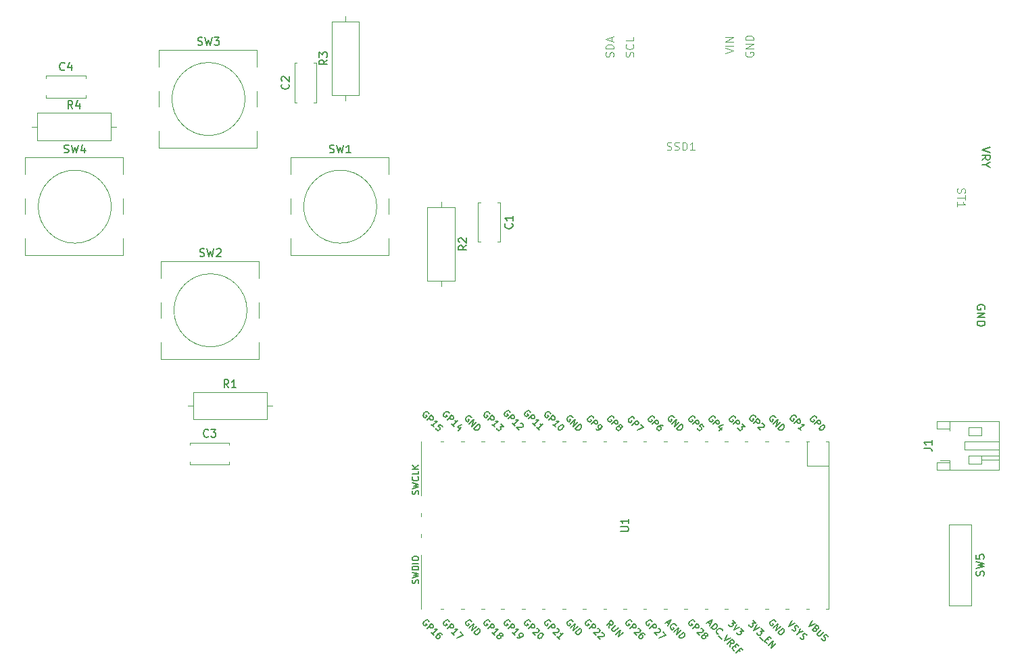
<source format=gbr>
%TF.GenerationSoftware,KiCad,Pcbnew,8.0.8*%
%TF.CreationDate,2025-03-05T15:18:01-05:00*%
%TF.ProjectId,PacmanProject,5061636d-616e-4507-926f-6a6563742e6b,rev?*%
%TF.SameCoordinates,Original*%
%TF.FileFunction,Legend,Top*%
%TF.FilePolarity,Positive*%
%FSLAX46Y46*%
G04 Gerber Fmt 4.6, Leading zero omitted, Abs format (unit mm)*
G04 Created by KiCad (PCBNEW 8.0.8) date 2025-03-05 15:18:01*
%MOMM*%
%LPD*%
G01*
G04 APERTURE LIST*
%ADD10C,0.150000*%
%ADD11C,0.100000*%
%ADD12C,0.120000*%
G04 APERTURE END LIST*
D10*
X166516667Y-65747200D02*
X166659524Y-65794819D01*
X166659524Y-65794819D02*
X166897619Y-65794819D01*
X166897619Y-65794819D02*
X166992857Y-65747200D01*
X166992857Y-65747200D02*
X167040476Y-65699580D01*
X167040476Y-65699580D02*
X167088095Y-65604342D01*
X167088095Y-65604342D02*
X167088095Y-65509104D01*
X167088095Y-65509104D02*
X167040476Y-65413866D01*
X167040476Y-65413866D02*
X166992857Y-65366247D01*
X166992857Y-65366247D02*
X166897619Y-65318628D01*
X166897619Y-65318628D02*
X166707143Y-65271009D01*
X166707143Y-65271009D02*
X166611905Y-65223390D01*
X166611905Y-65223390D02*
X166564286Y-65175771D01*
X166564286Y-65175771D02*
X166516667Y-65080533D01*
X166516667Y-65080533D02*
X166516667Y-64985295D01*
X166516667Y-64985295D02*
X166564286Y-64890057D01*
X166564286Y-64890057D02*
X166611905Y-64842438D01*
X166611905Y-64842438D02*
X166707143Y-64794819D01*
X166707143Y-64794819D02*
X166945238Y-64794819D01*
X166945238Y-64794819D02*
X167088095Y-64842438D01*
X167421429Y-64794819D02*
X167659524Y-65794819D01*
X167659524Y-65794819D02*
X167850000Y-65080533D01*
X167850000Y-65080533D02*
X168040476Y-65794819D01*
X168040476Y-65794819D02*
X168278572Y-64794819D01*
X168564286Y-64794819D02*
X169183333Y-64794819D01*
X169183333Y-64794819D02*
X168850000Y-65175771D01*
X168850000Y-65175771D02*
X168992857Y-65175771D01*
X168992857Y-65175771D02*
X169088095Y-65223390D01*
X169088095Y-65223390D02*
X169135714Y-65271009D01*
X169135714Y-65271009D02*
X169183333Y-65366247D01*
X169183333Y-65366247D02*
X169183333Y-65604342D01*
X169183333Y-65604342D02*
X169135714Y-65699580D01*
X169135714Y-65699580D02*
X169088095Y-65747200D01*
X169088095Y-65747200D02*
X168992857Y-65794819D01*
X168992857Y-65794819D02*
X168707143Y-65794819D01*
X168707143Y-65794819D02*
X168611905Y-65747200D01*
X168611905Y-65747200D02*
X168564286Y-65699580D01*
D11*
X225261905Y-78909800D02*
X225404762Y-78957419D01*
X225404762Y-78957419D02*
X225642857Y-78957419D01*
X225642857Y-78957419D02*
X225738095Y-78909800D01*
X225738095Y-78909800D02*
X225785714Y-78862180D01*
X225785714Y-78862180D02*
X225833333Y-78766942D01*
X225833333Y-78766942D02*
X225833333Y-78671704D01*
X225833333Y-78671704D02*
X225785714Y-78576466D01*
X225785714Y-78576466D02*
X225738095Y-78528847D01*
X225738095Y-78528847D02*
X225642857Y-78481228D01*
X225642857Y-78481228D02*
X225452381Y-78433609D01*
X225452381Y-78433609D02*
X225357143Y-78385990D01*
X225357143Y-78385990D02*
X225309524Y-78338371D01*
X225309524Y-78338371D02*
X225261905Y-78243133D01*
X225261905Y-78243133D02*
X225261905Y-78147895D01*
X225261905Y-78147895D02*
X225309524Y-78052657D01*
X225309524Y-78052657D02*
X225357143Y-78005038D01*
X225357143Y-78005038D02*
X225452381Y-77957419D01*
X225452381Y-77957419D02*
X225690476Y-77957419D01*
X225690476Y-77957419D02*
X225833333Y-78005038D01*
X226214286Y-78909800D02*
X226357143Y-78957419D01*
X226357143Y-78957419D02*
X226595238Y-78957419D01*
X226595238Y-78957419D02*
X226690476Y-78909800D01*
X226690476Y-78909800D02*
X226738095Y-78862180D01*
X226738095Y-78862180D02*
X226785714Y-78766942D01*
X226785714Y-78766942D02*
X226785714Y-78671704D01*
X226785714Y-78671704D02*
X226738095Y-78576466D01*
X226738095Y-78576466D02*
X226690476Y-78528847D01*
X226690476Y-78528847D02*
X226595238Y-78481228D01*
X226595238Y-78481228D02*
X226404762Y-78433609D01*
X226404762Y-78433609D02*
X226309524Y-78385990D01*
X226309524Y-78385990D02*
X226261905Y-78338371D01*
X226261905Y-78338371D02*
X226214286Y-78243133D01*
X226214286Y-78243133D02*
X226214286Y-78147895D01*
X226214286Y-78147895D02*
X226261905Y-78052657D01*
X226261905Y-78052657D02*
X226309524Y-78005038D01*
X226309524Y-78005038D02*
X226404762Y-77957419D01*
X226404762Y-77957419D02*
X226642857Y-77957419D01*
X226642857Y-77957419D02*
X226785714Y-78005038D01*
X227214286Y-78957419D02*
X227214286Y-77957419D01*
X227214286Y-77957419D02*
X227452381Y-77957419D01*
X227452381Y-77957419D02*
X227595238Y-78005038D01*
X227595238Y-78005038D02*
X227690476Y-78100276D01*
X227690476Y-78100276D02*
X227738095Y-78195514D01*
X227738095Y-78195514D02*
X227785714Y-78385990D01*
X227785714Y-78385990D02*
X227785714Y-78528847D01*
X227785714Y-78528847D02*
X227738095Y-78719323D01*
X227738095Y-78719323D02*
X227690476Y-78814561D01*
X227690476Y-78814561D02*
X227595238Y-78909800D01*
X227595238Y-78909800D02*
X227452381Y-78957419D01*
X227452381Y-78957419D02*
X227214286Y-78957419D01*
X228738095Y-78957419D02*
X228166667Y-78957419D01*
X228452381Y-78957419D02*
X228452381Y-77957419D01*
X228452381Y-77957419D02*
X228357143Y-78100276D01*
X228357143Y-78100276D02*
X228261905Y-78195514D01*
X228261905Y-78195514D02*
X228166667Y-78243133D01*
X221054800Y-67243734D02*
X221102419Y-67100877D01*
X221102419Y-67100877D02*
X221102419Y-66862782D01*
X221102419Y-66862782D02*
X221054800Y-66767544D01*
X221054800Y-66767544D02*
X221007180Y-66719925D01*
X221007180Y-66719925D02*
X220911942Y-66672306D01*
X220911942Y-66672306D02*
X220816704Y-66672306D01*
X220816704Y-66672306D02*
X220721466Y-66719925D01*
X220721466Y-66719925D02*
X220673847Y-66767544D01*
X220673847Y-66767544D02*
X220626228Y-66862782D01*
X220626228Y-66862782D02*
X220578609Y-67053258D01*
X220578609Y-67053258D02*
X220530990Y-67148496D01*
X220530990Y-67148496D02*
X220483371Y-67196115D01*
X220483371Y-67196115D02*
X220388133Y-67243734D01*
X220388133Y-67243734D02*
X220292895Y-67243734D01*
X220292895Y-67243734D02*
X220197657Y-67196115D01*
X220197657Y-67196115D02*
X220150038Y-67148496D01*
X220150038Y-67148496D02*
X220102419Y-67053258D01*
X220102419Y-67053258D02*
X220102419Y-66815163D01*
X220102419Y-66815163D02*
X220150038Y-66672306D01*
X221007180Y-65672306D02*
X221054800Y-65719925D01*
X221054800Y-65719925D02*
X221102419Y-65862782D01*
X221102419Y-65862782D02*
X221102419Y-65958020D01*
X221102419Y-65958020D02*
X221054800Y-66100877D01*
X221054800Y-66100877D02*
X220959561Y-66196115D01*
X220959561Y-66196115D02*
X220864323Y-66243734D01*
X220864323Y-66243734D02*
X220673847Y-66291353D01*
X220673847Y-66291353D02*
X220530990Y-66291353D01*
X220530990Y-66291353D02*
X220340514Y-66243734D01*
X220340514Y-66243734D02*
X220245276Y-66196115D01*
X220245276Y-66196115D02*
X220150038Y-66100877D01*
X220150038Y-66100877D02*
X220102419Y-65958020D01*
X220102419Y-65958020D02*
X220102419Y-65862782D01*
X220102419Y-65862782D02*
X220150038Y-65719925D01*
X220150038Y-65719925D02*
X220197657Y-65672306D01*
X221102419Y-64767544D02*
X221102419Y-65243734D01*
X221102419Y-65243734D02*
X220102419Y-65243734D01*
X218554800Y-67243734D02*
X218602419Y-67100877D01*
X218602419Y-67100877D02*
X218602419Y-66862782D01*
X218602419Y-66862782D02*
X218554800Y-66767544D01*
X218554800Y-66767544D02*
X218507180Y-66719925D01*
X218507180Y-66719925D02*
X218411942Y-66672306D01*
X218411942Y-66672306D02*
X218316704Y-66672306D01*
X218316704Y-66672306D02*
X218221466Y-66719925D01*
X218221466Y-66719925D02*
X218173847Y-66767544D01*
X218173847Y-66767544D02*
X218126228Y-66862782D01*
X218126228Y-66862782D02*
X218078609Y-67053258D01*
X218078609Y-67053258D02*
X218030990Y-67148496D01*
X218030990Y-67148496D02*
X217983371Y-67196115D01*
X217983371Y-67196115D02*
X217888133Y-67243734D01*
X217888133Y-67243734D02*
X217792895Y-67243734D01*
X217792895Y-67243734D02*
X217697657Y-67196115D01*
X217697657Y-67196115D02*
X217650038Y-67148496D01*
X217650038Y-67148496D02*
X217602419Y-67053258D01*
X217602419Y-67053258D02*
X217602419Y-66815163D01*
X217602419Y-66815163D02*
X217650038Y-66672306D01*
X218602419Y-66243734D02*
X217602419Y-66243734D01*
X217602419Y-66243734D02*
X217602419Y-66005639D01*
X217602419Y-66005639D02*
X217650038Y-65862782D01*
X217650038Y-65862782D02*
X217745276Y-65767544D01*
X217745276Y-65767544D02*
X217840514Y-65719925D01*
X217840514Y-65719925D02*
X218030990Y-65672306D01*
X218030990Y-65672306D02*
X218173847Y-65672306D01*
X218173847Y-65672306D02*
X218364323Y-65719925D01*
X218364323Y-65719925D02*
X218459561Y-65767544D01*
X218459561Y-65767544D02*
X218554800Y-65862782D01*
X218554800Y-65862782D02*
X218602419Y-66005639D01*
X218602419Y-66005639D02*
X218602419Y-66243734D01*
X218316704Y-65291353D02*
X218316704Y-64815163D01*
X218602419Y-65386591D02*
X217602419Y-65053258D01*
X217602419Y-65053258D02*
X218602419Y-64719925D01*
X232602419Y-66838972D02*
X233602419Y-66505639D01*
X233602419Y-66505639D02*
X232602419Y-66172306D01*
X233602419Y-65838972D02*
X232602419Y-65838972D01*
X233602419Y-65362782D02*
X232602419Y-65362782D01*
X232602419Y-65362782D02*
X233602419Y-64791354D01*
X233602419Y-64791354D02*
X232602419Y-64791354D01*
X235150038Y-66672306D02*
X235102419Y-66767544D01*
X235102419Y-66767544D02*
X235102419Y-66910401D01*
X235102419Y-66910401D02*
X235150038Y-67053258D01*
X235150038Y-67053258D02*
X235245276Y-67148496D01*
X235245276Y-67148496D02*
X235340514Y-67196115D01*
X235340514Y-67196115D02*
X235530990Y-67243734D01*
X235530990Y-67243734D02*
X235673847Y-67243734D01*
X235673847Y-67243734D02*
X235864323Y-67196115D01*
X235864323Y-67196115D02*
X235959561Y-67148496D01*
X235959561Y-67148496D02*
X236054800Y-67053258D01*
X236054800Y-67053258D02*
X236102419Y-66910401D01*
X236102419Y-66910401D02*
X236102419Y-66815163D01*
X236102419Y-66815163D02*
X236054800Y-66672306D01*
X236054800Y-66672306D02*
X236007180Y-66624687D01*
X236007180Y-66624687D02*
X235673847Y-66624687D01*
X235673847Y-66624687D02*
X235673847Y-66815163D01*
X236102419Y-66196115D02*
X235102419Y-66196115D01*
X235102419Y-66196115D02*
X236102419Y-65624687D01*
X236102419Y-65624687D02*
X235102419Y-65624687D01*
X236102419Y-65148496D02*
X235102419Y-65148496D01*
X235102419Y-65148496D02*
X235102419Y-64910401D01*
X235102419Y-64910401D02*
X235150038Y-64767544D01*
X235150038Y-64767544D02*
X235245276Y-64672306D01*
X235245276Y-64672306D02*
X235340514Y-64624687D01*
X235340514Y-64624687D02*
X235530990Y-64577068D01*
X235530990Y-64577068D02*
X235673847Y-64577068D01*
X235673847Y-64577068D02*
X235864323Y-64624687D01*
X235864323Y-64624687D02*
X235959561Y-64672306D01*
X235959561Y-64672306D02*
X236054800Y-64767544D01*
X236054800Y-64767544D02*
X236102419Y-64910401D01*
X236102419Y-64910401D02*
X236102419Y-65148496D01*
D10*
X264947200Y-132333332D02*
X264994819Y-132190475D01*
X264994819Y-132190475D02*
X264994819Y-131952380D01*
X264994819Y-131952380D02*
X264947200Y-131857142D01*
X264947200Y-131857142D02*
X264899580Y-131809523D01*
X264899580Y-131809523D02*
X264804342Y-131761904D01*
X264804342Y-131761904D02*
X264709104Y-131761904D01*
X264709104Y-131761904D02*
X264613866Y-131809523D01*
X264613866Y-131809523D02*
X264566247Y-131857142D01*
X264566247Y-131857142D02*
X264518628Y-131952380D01*
X264518628Y-131952380D02*
X264471009Y-132142856D01*
X264471009Y-132142856D02*
X264423390Y-132238094D01*
X264423390Y-132238094D02*
X264375771Y-132285713D01*
X264375771Y-132285713D02*
X264280533Y-132333332D01*
X264280533Y-132333332D02*
X264185295Y-132333332D01*
X264185295Y-132333332D02*
X264090057Y-132285713D01*
X264090057Y-132285713D02*
X264042438Y-132238094D01*
X264042438Y-132238094D02*
X263994819Y-132142856D01*
X263994819Y-132142856D02*
X263994819Y-131904761D01*
X263994819Y-131904761D02*
X264042438Y-131761904D01*
X263994819Y-131428570D02*
X264994819Y-131190475D01*
X264994819Y-131190475D02*
X264280533Y-130999999D01*
X264280533Y-130999999D02*
X264994819Y-130809523D01*
X264994819Y-130809523D02*
X263994819Y-130571428D01*
X263994819Y-129714285D02*
X263994819Y-130190475D01*
X263994819Y-130190475D02*
X264471009Y-130238094D01*
X264471009Y-130238094D02*
X264423390Y-130190475D01*
X264423390Y-130190475D02*
X264375771Y-130095237D01*
X264375771Y-130095237D02*
X264375771Y-129857142D01*
X264375771Y-129857142D02*
X264423390Y-129761904D01*
X264423390Y-129761904D02*
X264471009Y-129714285D01*
X264471009Y-129714285D02*
X264566247Y-129666666D01*
X264566247Y-129666666D02*
X264804342Y-129666666D01*
X264804342Y-129666666D02*
X264899580Y-129714285D01*
X264899580Y-129714285D02*
X264947200Y-129761904D01*
X264947200Y-129761904D02*
X264994819Y-129857142D01*
X264994819Y-129857142D02*
X264994819Y-130095237D01*
X264994819Y-130095237D02*
X264947200Y-130190475D01*
X264947200Y-130190475D02*
X264899580Y-130238094D01*
X257454819Y-116333333D02*
X258169104Y-116333333D01*
X258169104Y-116333333D02*
X258311961Y-116380952D01*
X258311961Y-116380952D02*
X258407200Y-116476190D01*
X258407200Y-116476190D02*
X258454819Y-116619047D01*
X258454819Y-116619047D02*
X258454819Y-116714285D01*
X258454819Y-115333333D02*
X258454819Y-115904761D01*
X258454819Y-115619047D02*
X257454819Y-115619047D01*
X257454819Y-115619047D02*
X257597676Y-115714285D01*
X257597676Y-115714285D02*
X257692914Y-115809523D01*
X257692914Y-115809523D02*
X257740533Y-115904761D01*
X183016667Y-79247200D02*
X183159524Y-79294819D01*
X183159524Y-79294819D02*
X183397619Y-79294819D01*
X183397619Y-79294819D02*
X183492857Y-79247200D01*
X183492857Y-79247200D02*
X183540476Y-79199580D01*
X183540476Y-79199580D02*
X183588095Y-79104342D01*
X183588095Y-79104342D02*
X183588095Y-79009104D01*
X183588095Y-79009104D02*
X183540476Y-78913866D01*
X183540476Y-78913866D02*
X183492857Y-78866247D01*
X183492857Y-78866247D02*
X183397619Y-78818628D01*
X183397619Y-78818628D02*
X183207143Y-78771009D01*
X183207143Y-78771009D02*
X183111905Y-78723390D01*
X183111905Y-78723390D02*
X183064286Y-78675771D01*
X183064286Y-78675771D02*
X183016667Y-78580533D01*
X183016667Y-78580533D02*
X183016667Y-78485295D01*
X183016667Y-78485295D02*
X183064286Y-78390057D01*
X183064286Y-78390057D02*
X183111905Y-78342438D01*
X183111905Y-78342438D02*
X183207143Y-78294819D01*
X183207143Y-78294819D02*
X183445238Y-78294819D01*
X183445238Y-78294819D02*
X183588095Y-78342438D01*
X183921429Y-78294819D02*
X184159524Y-79294819D01*
X184159524Y-79294819D02*
X184350000Y-78580533D01*
X184350000Y-78580533D02*
X184540476Y-79294819D01*
X184540476Y-79294819D02*
X184778572Y-78294819D01*
X185683333Y-79294819D02*
X185111905Y-79294819D01*
X185397619Y-79294819D02*
X185397619Y-78294819D01*
X185397619Y-78294819D02*
X185302381Y-78437676D01*
X185302381Y-78437676D02*
X185207143Y-78532914D01*
X185207143Y-78532914D02*
X185111905Y-78580533D01*
X182734819Y-67626666D02*
X182258628Y-67959999D01*
X182734819Y-68198094D02*
X181734819Y-68198094D01*
X181734819Y-68198094D02*
X181734819Y-67817142D01*
X181734819Y-67817142D02*
X181782438Y-67721904D01*
X181782438Y-67721904D02*
X181830057Y-67674285D01*
X181830057Y-67674285D02*
X181925295Y-67626666D01*
X181925295Y-67626666D02*
X182068152Y-67626666D01*
X182068152Y-67626666D02*
X182163390Y-67674285D01*
X182163390Y-67674285D02*
X182211009Y-67721904D01*
X182211009Y-67721904D02*
X182258628Y-67817142D01*
X182258628Y-67817142D02*
X182258628Y-68198094D01*
X181734819Y-67293332D02*
X181734819Y-66674285D01*
X181734819Y-66674285D02*
X182115771Y-67007618D01*
X182115771Y-67007618D02*
X182115771Y-66864761D01*
X182115771Y-66864761D02*
X182163390Y-66769523D01*
X182163390Y-66769523D02*
X182211009Y-66721904D01*
X182211009Y-66721904D02*
X182306247Y-66674285D01*
X182306247Y-66674285D02*
X182544342Y-66674285D01*
X182544342Y-66674285D02*
X182639580Y-66721904D01*
X182639580Y-66721904D02*
X182687200Y-66769523D01*
X182687200Y-66769523D02*
X182734819Y-66864761D01*
X182734819Y-66864761D02*
X182734819Y-67150475D01*
X182734819Y-67150475D02*
X182687200Y-67245713D01*
X182687200Y-67245713D02*
X182639580Y-67293332D01*
X149766667Y-79247200D02*
X149909524Y-79294819D01*
X149909524Y-79294819D02*
X150147619Y-79294819D01*
X150147619Y-79294819D02*
X150242857Y-79247200D01*
X150242857Y-79247200D02*
X150290476Y-79199580D01*
X150290476Y-79199580D02*
X150338095Y-79104342D01*
X150338095Y-79104342D02*
X150338095Y-79009104D01*
X150338095Y-79009104D02*
X150290476Y-78913866D01*
X150290476Y-78913866D02*
X150242857Y-78866247D01*
X150242857Y-78866247D02*
X150147619Y-78818628D01*
X150147619Y-78818628D02*
X149957143Y-78771009D01*
X149957143Y-78771009D02*
X149861905Y-78723390D01*
X149861905Y-78723390D02*
X149814286Y-78675771D01*
X149814286Y-78675771D02*
X149766667Y-78580533D01*
X149766667Y-78580533D02*
X149766667Y-78485295D01*
X149766667Y-78485295D02*
X149814286Y-78390057D01*
X149814286Y-78390057D02*
X149861905Y-78342438D01*
X149861905Y-78342438D02*
X149957143Y-78294819D01*
X149957143Y-78294819D02*
X150195238Y-78294819D01*
X150195238Y-78294819D02*
X150338095Y-78342438D01*
X150671429Y-78294819D02*
X150909524Y-79294819D01*
X150909524Y-79294819D02*
X151100000Y-78580533D01*
X151100000Y-78580533D02*
X151290476Y-79294819D01*
X151290476Y-79294819D02*
X151528572Y-78294819D01*
X152338095Y-78628152D02*
X152338095Y-79294819D01*
X152100000Y-78247200D02*
X151861905Y-78961485D01*
X151861905Y-78961485D02*
X152480952Y-78961485D01*
X150833333Y-73734819D02*
X150500000Y-73258628D01*
X150261905Y-73734819D02*
X150261905Y-72734819D01*
X150261905Y-72734819D02*
X150642857Y-72734819D01*
X150642857Y-72734819D02*
X150738095Y-72782438D01*
X150738095Y-72782438D02*
X150785714Y-72830057D01*
X150785714Y-72830057D02*
X150833333Y-72925295D01*
X150833333Y-72925295D02*
X150833333Y-73068152D01*
X150833333Y-73068152D02*
X150785714Y-73163390D01*
X150785714Y-73163390D02*
X150738095Y-73211009D01*
X150738095Y-73211009D02*
X150642857Y-73258628D01*
X150642857Y-73258628D02*
X150261905Y-73258628D01*
X151690476Y-73068152D02*
X151690476Y-73734819D01*
X151452381Y-72687200D02*
X151214286Y-73401485D01*
X151214286Y-73401485D02*
X151833333Y-73401485D01*
X219454819Y-126761904D02*
X220264342Y-126761904D01*
X220264342Y-126761904D02*
X220359580Y-126714285D01*
X220359580Y-126714285D02*
X220407200Y-126666666D01*
X220407200Y-126666666D02*
X220454819Y-126571428D01*
X220454819Y-126571428D02*
X220454819Y-126380952D01*
X220454819Y-126380952D02*
X220407200Y-126285714D01*
X220407200Y-126285714D02*
X220359580Y-126238095D01*
X220359580Y-126238095D02*
X220264342Y-126190476D01*
X220264342Y-126190476D02*
X219454819Y-126190476D01*
X220454819Y-125190476D02*
X220454819Y-125761904D01*
X220454819Y-125476190D02*
X219454819Y-125476190D01*
X219454819Y-125476190D02*
X219597676Y-125571428D01*
X219597676Y-125571428D02*
X219692914Y-125666666D01*
X219692914Y-125666666D02*
X219740533Y-125761904D01*
X244008505Y-112513372D02*
X243981568Y-112432560D01*
X243981568Y-112432560D02*
X243900756Y-112351748D01*
X243900756Y-112351748D02*
X243793006Y-112297873D01*
X243793006Y-112297873D02*
X243685257Y-112297873D01*
X243685257Y-112297873D02*
X243604444Y-112324810D01*
X243604444Y-112324810D02*
X243469757Y-112405623D01*
X243469757Y-112405623D02*
X243388945Y-112486435D01*
X243388945Y-112486435D02*
X243308133Y-112621122D01*
X243308133Y-112621122D02*
X243281196Y-112701934D01*
X243281196Y-112701934D02*
X243281196Y-112809684D01*
X243281196Y-112809684D02*
X243335070Y-112917433D01*
X243335070Y-112917433D02*
X243388945Y-112971308D01*
X243388945Y-112971308D02*
X243496695Y-113025183D01*
X243496695Y-113025183D02*
X243550570Y-113025183D01*
X243550570Y-113025183D02*
X243739131Y-112836621D01*
X243739131Y-112836621D02*
X243631382Y-112728871D01*
X243739131Y-113321494D02*
X244304817Y-112755809D01*
X244304817Y-112755809D02*
X244520316Y-112971308D01*
X244520316Y-112971308D02*
X244547253Y-113052120D01*
X244547253Y-113052120D02*
X244547253Y-113105995D01*
X244547253Y-113105995D02*
X244520316Y-113186807D01*
X244520316Y-113186807D02*
X244439504Y-113267619D01*
X244439504Y-113267619D02*
X244358692Y-113294557D01*
X244358692Y-113294557D02*
X244304817Y-113294557D01*
X244304817Y-113294557D02*
X244224005Y-113267619D01*
X244224005Y-113267619D02*
X244008505Y-113052120D01*
X244978252Y-113429244D02*
X245032127Y-113483119D01*
X245032127Y-113483119D02*
X245059064Y-113563931D01*
X245059064Y-113563931D02*
X245059064Y-113617806D01*
X245059064Y-113617806D02*
X245032127Y-113698618D01*
X245032127Y-113698618D02*
X244951314Y-113833305D01*
X244951314Y-113833305D02*
X244816627Y-113967992D01*
X244816627Y-113967992D02*
X244681940Y-114048804D01*
X244681940Y-114048804D02*
X244601128Y-114075741D01*
X244601128Y-114075741D02*
X244547253Y-114075741D01*
X244547253Y-114075741D02*
X244466441Y-114048804D01*
X244466441Y-114048804D02*
X244412566Y-113994929D01*
X244412566Y-113994929D02*
X244385629Y-113914117D01*
X244385629Y-113914117D02*
X244385629Y-113860242D01*
X244385629Y-113860242D02*
X244412566Y-113779430D01*
X244412566Y-113779430D02*
X244493379Y-113644743D01*
X244493379Y-113644743D02*
X244628066Y-113510056D01*
X244628066Y-113510056D02*
X244762753Y-113429244D01*
X244762753Y-113429244D02*
X244843565Y-113402306D01*
X244843565Y-113402306D02*
X244897440Y-113402306D01*
X244897440Y-113402306D02*
X244978252Y-113429244D01*
X203099131Y-111989998D02*
X203072194Y-111909185D01*
X203072194Y-111909185D02*
X202991381Y-111828373D01*
X202991381Y-111828373D02*
X202883632Y-111774498D01*
X202883632Y-111774498D02*
X202775882Y-111774498D01*
X202775882Y-111774498D02*
X202695070Y-111801436D01*
X202695070Y-111801436D02*
X202560383Y-111882248D01*
X202560383Y-111882248D02*
X202479571Y-111963060D01*
X202479571Y-111963060D02*
X202398758Y-112097747D01*
X202398758Y-112097747D02*
X202371821Y-112178560D01*
X202371821Y-112178560D02*
X202371821Y-112286309D01*
X202371821Y-112286309D02*
X202425696Y-112394059D01*
X202425696Y-112394059D02*
X202479571Y-112447934D01*
X202479571Y-112447934D02*
X202587320Y-112501808D01*
X202587320Y-112501808D02*
X202641195Y-112501808D01*
X202641195Y-112501808D02*
X202829757Y-112313247D01*
X202829757Y-112313247D02*
X202722007Y-112205497D01*
X202829757Y-112798120D02*
X203395442Y-112232434D01*
X203395442Y-112232434D02*
X203610942Y-112447934D01*
X203610942Y-112447934D02*
X203637879Y-112528746D01*
X203637879Y-112528746D02*
X203637879Y-112582621D01*
X203637879Y-112582621D02*
X203610942Y-112663433D01*
X203610942Y-112663433D02*
X203530129Y-112744245D01*
X203530129Y-112744245D02*
X203449317Y-112771182D01*
X203449317Y-112771182D02*
X203395442Y-112771182D01*
X203395442Y-112771182D02*
X203314630Y-112744245D01*
X203314630Y-112744245D02*
X203099131Y-112528746D01*
X203691754Y-113660117D02*
X203368505Y-113336868D01*
X203530129Y-113498492D02*
X204095815Y-112932807D01*
X204095815Y-112932807D02*
X203961128Y-112959744D01*
X203961128Y-112959744D02*
X203853378Y-112959744D01*
X203853378Y-112959744D02*
X203772566Y-112932807D01*
X204446001Y-113282993D02*
X204796187Y-113633179D01*
X204796187Y-113633179D02*
X204392126Y-113660117D01*
X204392126Y-113660117D02*
X204472939Y-113740929D01*
X204472939Y-113740929D02*
X204499876Y-113821741D01*
X204499876Y-113821741D02*
X204499876Y-113875616D01*
X204499876Y-113875616D02*
X204472939Y-113956428D01*
X204472939Y-113956428D02*
X204338252Y-114091115D01*
X204338252Y-114091115D02*
X204257439Y-114118053D01*
X204257439Y-114118053D02*
X204203565Y-114118053D01*
X204203565Y-114118053D02*
X204122752Y-114091115D01*
X204122752Y-114091115D02*
X203961128Y-113929491D01*
X203961128Y-113929491D02*
X203934191Y-113848679D01*
X203934191Y-113848679D02*
X203934191Y-113794804D01*
X205639131Y-111843998D02*
X205612194Y-111763185D01*
X205612194Y-111763185D02*
X205531381Y-111682373D01*
X205531381Y-111682373D02*
X205423632Y-111628498D01*
X205423632Y-111628498D02*
X205315882Y-111628498D01*
X205315882Y-111628498D02*
X205235070Y-111655436D01*
X205235070Y-111655436D02*
X205100383Y-111736248D01*
X205100383Y-111736248D02*
X205019571Y-111817060D01*
X205019571Y-111817060D02*
X204938758Y-111951747D01*
X204938758Y-111951747D02*
X204911821Y-112032560D01*
X204911821Y-112032560D02*
X204911821Y-112140309D01*
X204911821Y-112140309D02*
X204965696Y-112248059D01*
X204965696Y-112248059D02*
X205019571Y-112301934D01*
X205019571Y-112301934D02*
X205127320Y-112355808D01*
X205127320Y-112355808D02*
X205181195Y-112355808D01*
X205181195Y-112355808D02*
X205369757Y-112167247D01*
X205369757Y-112167247D02*
X205262007Y-112059497D01*
X205369757Y-112652120D02*
X205935442Y-112086434D01*
X205935442Y-112086434D02*
X206150942Y-112301934D01*
X206150942Y-112301934D02*
X206177879Y-112382746D01*
X206177879Y-112382746D02*
X206177879Y-112436621D01*
X206177879Y-112436621D02*
X206150942Y-112517433D01*
X206150942Y-112517433D02*
X206070129Y-112598245D01*
X206070129Y-112598245D02*
X205989317Y-112625182D01*
X205989317Y-112625182D02*
X205935442Y-112625182D01*
X205935442Y-112625182D02*
X205854630Y-112598245D01*
X205854630Y-112598245D02*
X205639131Y-112382746D01*
X206231754Y-113514117D02*
X205908505Y-113190868D01*
X206070129Y-113352492D02*
X206635815Y-112786807D01*
X206635815Y-112786807D02*
X206501128Y-112813744D01*
X206501128Y-112813744D02*
X206393378Y-112813744D01*
X206393378Y-112813744D02*
X206312566Y-112786807D01*
X206959064Y-113217805D02*
X207012939Y-113217805D01*
X207012939Y-113217805D02*
X207093751Y-113244743D01*
X207093751Y-113244743D02*
X207228438Y-113379430D01*
X207228438Y-113379430D02*
X207255375Y-113460242D01*
X207255375Y-113460242D02*
X207255375Y-113514117D01*
X207255375Y-113514117D02*
X207228438Y-113594929D01*
X207228438Y-113594929D02*
X207174563Y-113648804D01*
X207174563Y-113648804D02*
X207066813Y-113702679D01*
X207066813Y-113702679D02*
X206420316Y-113702679D01*
X206420316Y-113702679D02*
X206770502Y-114052865D01*
X210719131Y-111989998D02*
X210692194Y-111909185D01*
X210692194Y-111909185D02*
X210611381Y-111828373D01*
X210611381Y-111828373D02*
X210503632Y-111774498D01*
X210503632Y-111774498D02*
X210395882Y-111774498D01*
X210395882Y-111774498D02*
X210315070Y-111801436D01*
X210315070Y-111801436D02*
X210180383Y-111882248D01*
X210180383Y-111882248D02*
X210099571Y-111963060D01*
X210099571Y-111963060D02*
X210018758Y-112097747D01*
X210018758Y-112097747D02*
X209991821Y-112178560D01*
X209991821Y-112178560D02*
X209991821Y-112286309D01*
X209991821Y-112286309D02*
X210045696Y-112394059D01*
X210045696Y-112394059D02*
X210099571Y-112447934D01*
X210099571Y-112447934D02*
X210207320Y-112501808D01*
X210207320Y-112501808D02*
X210261195Y-112501808D01*
X210261195Y-112501808D02*
X210449757Y-112313247D01*
X210449757Y-112313247D02*
X210342007Y-112205497D01*
X210449757Y-112798120D02*
X211015442Y-112232434D01*
X211015442Y-112232434D02*
X211230942Y-112447934D01*
X211230942Y-112447934D02*
X211257879Y-112528746D01*
X211257879Y-112528746D02*
X211257879Y-112582621D01*
X211257879Y-112582621D02*
X211230942Y-112663433D01*
X211230942Y-112663433D02*
X211150129Y-112744245D01*
X211150129Y-112744245D02*
X211069317Y-112771182D01*
X211069317Y-112771182D02*
X211015442Y-112771182D01*
X211015442Y-112771182D02*
X210934630Y-112744245D01*
X210934630Y-112744245D02*
X210719131Y-112528746D01*
X211311754Y-113660117D02*
X210988505Y-113336868D01*
X211150129Y-113498492D02*
X211715815Y-112932807D01*
X211715815Y-112932807D02*
X211581128Y-112959744D01*
X211581128Y-112959744D02*
X211473378Y-112959744D01*
X211473378Y-112959744D02*
X211392566Y-112932807D01*
X212227626Y-113444618D02*
X212281500Y-113498492D01*
X212281500Y-113498492D02*
X212308438Y-113579305D01*
X212308438Y-113579305D02*
X212308438Y-113633179D01*
X212308438Y-113633179D02*
X212281500Y-113713992D01*
X212281500Y-113713992D02*
X212200688Y-113848679D01*
X212200688Y-113848679D02*
X212066001Y-113983366D01*
X212066001Y-113983366D02*
X211931314Y-114064178D01*
X211931314Y-114064178D02*
X211850502Y-114091115D01*
X211850502Y-114091115D02*
X211796627Y-114091115D01*
X211796627Y-114091115D02*
X211715815Y-114064178D01*
X211715815Y-114064178D02*
X211661940Y-114010303D01*
X211661940Y-114010303D02*
X211635003Y-113929491D01*
X211635003Y-113929491D02*
X211635003Y-113875616D01*
X211635003Y-113875616D02*
X211661940Y-113794804D01*
X211661940Y-113794804D02*
X211742752Y-113660117D01*
X211742752Y-113660117D02*
X211877439Y-113525430D01*
X211877439Y-113525430D02*
X212012126Y-113444618D01*
X212012126Y-113444618D02*
X212092939Y-113417680D01*
X212092939Y-113417680D02*
X212146813Y-113417680D01*
X212146813Y-113417680D02*
X212227626Y-113444618D01*
X241478505Y-112413372D02*
X241451568Y-112332560D01*
X241451568Y-112332560D02*
X241370756Y-112251748D01*
X241370756Y-112251748D02*
X241263006Y-112197873D01*
X241263006Y-112197873D02*
X241155257Y-112197873D01*
X241155257Y-112197873D02*
X241074444Y-112224810D01*
X241074444Y-112224810D02*
X240939757Y-112305623D01*
X240939757Y-112305623D02*
X240858945Y-112386435D01*
X240858945Y-112386435D02*
X240778133Y-112521122D01*
X240778133Y-112521122D02*
X240751196Y-112601934D01*
X240751196Y-112601934D02*
X240751196Y-112709684D01*
X240751196Y-112709684D02*
X240805070Y-112817433D01*
X240805070Y-112817433D02*
X240858945Y-112871308D01*
X240858945Y-112871308D02*
X240966695Y-112925183D01*
X240966695Y-112925183D02*
X241020570Y-112925183D01*
X241020570Y-112925183D02*
X241209131Y-112736621D01*
X241209131Y-112736621D02*
X241101382Y-112628871D01*
X241209131Y-113221494D02*
X241774817Y-112655809D01*
X241774817Y-112655809D02*
X241990316Y-112871308D01*
X241990316Y-112871308D02*
X242017253Y-112952120D01*
X242017253Y-112952120D02*
X242017253Y-113005995D01*
X242017253Y-113005995D02*
X241990316Y-113086807D01*
X241990316Y-113086807D02*
X241909504Y-113167619D01*
X241909504Y-113167619D02*
X241828692Y-113194557D01*
X241828692Y-113194557D02*
X241774817Y-113194557D01*
X241774817Y-113194557D02*
X241694005Y-113167619D01*
X241694005Y-113167619D02*
X241478505Y-112952120D01*
X242071128Y-114083491D02*
X241747879Y-113760242D01*
X241909504Y-113921867D02*
X242475189Y-113356181D01*
X242475189Y-113356181D02*
X242340502Y-113383119D01*
X242340502Y-113383119D02*
X242232753Y-113383119D01*
X242232753Y-113383119D02*
X242151940Y-113356181D01*
X198019131Y-138097998D02*
X197992194Y-138017185D01*
X197992194Y-138017185D02*
X197911381Y-137936373D01*
X197911381Y-137936373D02*
X197803632Y-137882498D01*
X197803632Y-137882498D02*
X197695882Y-137882498D01*
X197695882Y-137882498D02*
X197615070Y-137909436D01*
X197615070Y-137909436D02*
X197480383Y-137990248D01*
X197480383Y-137990248D02*
X197399571Y-138071060D01*
X197399571Y-138071060D02*
X197318758Y-138205747D01*
X197318758Y-138205747D02*
X197291821Y-138286560D01*
X197291821Y-138286560D02*
X197291821Y-138394309D01*
X197291821Y-138394309D02*
X197345696Y-138502059D01*
X197345696Y-138502059D02*
X197399571Y-138555934D01*
X197399571Y-138555934D02*
X197507320Y-138609808D01*
X197507320Y-138609808D02*
X197561195Y-138609808D01*
X197561195Y-138609808D02*
X197749757Y-138421247D01*
X197749757Y-138421247D02*
X197642007Y-138313497D01*
X197749757Y-138906120D02*
X198315442Y-138340434D01*
X198315442Y-138340434D02*
X198530942Y-138555934D01*
X198530942Y-138555934D02*
X198557879Y-138636746D01*
X198557879Y-138636746D02*
X198557879Y-138690621D01*
X198557879Y-138690621D02*
X198530942Y-138771433D01*
X198530942Y-138771433D02*
X198450129Y-138852245D01*
X198450129Y-138852245D02*
X198369317Y-138879182D01*
X198369317Y-138879182D02*
X198315442Y-138879182D01*
X198315442Y-138879182D02*
X198234630Y-138852245D01*
X198234630Y-138852245D02*
X198019131Y-138636746D01*
X198611754Y-139768117D02*
X198288505Y-139444868D01*
X198450129Y-139606492D02*
X199015815Y-139040807D01*
X199015815Y-139040807D02*
X198881128Y-139067744D01*
X198881128Y-139067744D02*
X198773378Y-139067744D01*
X198773378Y-139067744D02*
X198692566Y-139040807D01*
X199366001Y-139390993D02*
X199743125Y-139768117D01*
X199743125Y-139768117D02*
X198935003Y-140091366D01*
X238901568Y-112486435D02*
X238874631Y-112405623D01*
X238874631Y-112405623D02*
X238793819Y-112324811D01*
X238793819Y-112324811D02*
X238686069Y-112270936D01*
X238686069Y-112270936D02*
X238578319Y-112270936D01*
X238578319Y-112270936D02*
X238497507Y-112297873D01*
X238497507Y-112297873D02*
X238362820Y-112378685D01*
X238362820Y-112378685D02*
X238282008Y-112459498D01*
X238282008Y-112459498D02*
X238201196Y-112594185D01*
X238201196Y-112594185D02*
X238174258Y-112674997D01*
X238174258Y-112674997D02*
X238174258Y-112782746D01*
X238174258Y-112782746D02*
X238228133Y-112890496D01*
X238228133Y-112890496D02*
X238282008Y-112944371D01*
X238282008Y-112944371D02*
X238389758Y-112998246D01*
X238389758Y-112998246D02*
X238443632Y-112998246D01*
X238443632Y-112998246D02*
X238632194Y-112809684D01*
X238632194Y-112809684D02*
X238524445Y-112701934D01*
X238632194Y-113294557D02*
X239197880Y-112728872D01*
X239197880Y-112728872D02*
X238955443Y-113617806D01*
X238955443Y-113617806D02*
X239521128Y-113052120D01*
X239224817Y-113887180D02*
X239790502Y-113321494D01*
X239790502Y-113321494D02*
X239925189Y-113456181D01*
X239925189Y-113456181D02*
X239979064Y-113563931D01*
X239979064Y-113563931D02*
X239979064Y-113671680D01*
X239979064Y-113671680D02*
X239952127Y-113752493D01*
X239952127Y-113752493D02*
X239871314Y-113887180D01*
X239871314Y-113887180D02*
X239790502Y-113967992D01*
X239790502Y-113967992D02*
X239655815Y-114048804D01*
X239655815Y-114048804D02*
X239575003Y-114075741D01*
X239575003Y-114075741D02*
X239467253Y-114075741D01*
X239467253Y-114075741D02*
X239359504Y-114021867D01*
X239359504Y-114021867D02*
X239224817Y-113887180D01*
X230465950Y-138155064D02*
X230735324Y-138424438D01*
X230250450Y-138262813D02*
X231004698Y-137885690D01*
X231004698Y-137885690D02*
X230627574Y-138639937D01*
X230816136Y-138828499D02*
X231381821Y-138262813D01*
X231381821Y-138262813D02*
X231516508Y-138397500D01*
X231516508Y-138397500D02*
X231570383Y-138505250D01*
X231570383Y-138505250D02*
X231570383Y-138612999D01*
X231570383Y-138612999D02*
X231543446Y-138693812D01*
X231543446Y-138693812D02*
X231462633Y-138828499D01*
X231462633Y-138828499D02*
X231381821Y-138909311D01*
X231381821Y-138909311D02*
X231247134Y-138990123D01*
X231247134Y-138990123D02*
X231166322Y-139017060D01*
X231166322Y-139017060D02*
X231058572Y-139017060D01*
X231058572Y-139017060D02*
X230950823Y-138963186D01*
X230950823Y-138963186D02*
X230816136Y-138828499D01*
X231758945Y-139663558D02*
X231705070Y-139663558D01*
X231705070Y-139663558D02*
X231597320Y-139609683D01*
X231597320Y-139609683D02*
X231543446Y-139555808D01*
X231543446Y-139555808D02*
X231489571Y-139448059D01*
X231489571Y-139448059D02*
X231489571Y-139340309D01*
X231489571Y-139340309D02*
X231516508Y-139259497D01*
X231516508Y-139259497D02*
X231597320Y-139124810D01*
X231597320Y-139124810D02*
X231678133Y-139043998D01*
X231678133Y-139043998D02*
X231812820Y-138963186D01*
X231812820Y-138963186D02*
X231893632Y-138936248D01*
X231893632Y-138936248D02*
X232001381Y-138936248D01*
X232001381Y-138936248D02*
X232109131Y-138990123D01*
X232109131Y-138990123D02*
X232163006Y-139043998D01*
X232163006Y-139043998D02*
X232216881Y-139151747D01*
X232216881Y-139151747D02*
X232216881Y-139205622D01*
X231758945Y-139879057D02*
X232189943Y-140310056D01*
X232863378Y-139744370D02*
X232486255Y-140498618D01*
X232486255Y-140498618D02*
X233240502Y-140121494D01*
X233186627Y-141198990D02*
X233267439Y-140741054D01*
X232863378Y-140875741D02*
X233429064Y-140310056D01*
X233429064Y-140310056D02*
X233644563Y-140525555D01*
X233644563Y-140525555D02*
X233671500Y-140606367D01*
X233671500Y-140606367D02*
X233671500Y-140660242D01*
X233671500Y-140660242D02*
X233644563Y-140741054D01*
X233644563Y-140741054D02*
X233563751Y-140821866D01*
X233563751Y-140821866D02*
X233482938Y-140848804D01*
X233482938Y-140848804D02*
X233429064Y-140848804D01*
X233429064Y-140848804D02*
X233348251Y-140821866D01*
X233348251Y-140821866D02*
X233132752Y-140606367D01*
X233725375Y-141145115D02*
X233913937Y-141333677D01*
X233698438Y-141710800D02*
X233429064Y-141441426D01*
X233429064Y-141441426D02*
X233994749Y-140875741D01*
X233994749Y-140875741D02*
X234264123Y-141145115D01*
X234425748Y-141845488D02*
X234237186Y-141656926D01*
X233940874Y-141953237D02*
X234506560Y-141387552D01*
X234506560Y-141387552D02*
X234775934Y-141656926D01*
X243472414Y-137953406D02*
X243095290Y-138707653D01*
X243095290Y-138707653D02*
X243849537Y-138330529D01*
X243957287Y-138977027D02*
X244011161Y-139084776D01*
X244011161Y-139084776D02*
X244011161Y-139138651D01*
X244011161Y-139138651D02*
X243984224Y-139219463D01*
X243984224Y-139219463D02*
X243903412Y-139300276D01*
X243903412Y-139300276D02*
X243822600Y-139327213D01*
X243822600Y-139327213D02*
X243768725Y-139327213D01*
X243768725Y-139327213D02*
X243687913Y-139300276D01*
X243687913Y-139300276D02*
X243472413Y-139084776D01*
X243472413Y-139084776D02*
X244038099Y-138519091D01*
X244038099Y-138519091D02*
X244226661Y-138707653D01*
X244226661Y-138707653D02*
X244253598Y-138788465D01*
X244253598Y-138788465D02*
X244253598Y-138842340D01*
X244253598Y-138842340D02*
X244226661Y-138923152D01*
X244226661Y-138923152D02*
X244172786Y-138977027D01*
X244172786Y-138977027D02*
X244091974Y-139003964D01*
X244091974Y-139003964D02*
X244038099Y-139003964D01*
X244038099Y-139003964D02*
X243957287Y-138977027D01*
X243957287Y-138977027D02*
X243768725Y-138788465D01*
X244603784Y-139084776D02*
X244145848Y-139542712D01*
X244145848Y-139542712D02*
X244118911Y-139623524D01*
X244118911Y-139623524D02*
X244118911Y-139677399D01*
X244118911Y-139677399D02*
X244145848Y-139758211D01*
X244145848Y-139758211D02*
X244253598Y-139865961D01*
X244253598Y-139865961D02*
X244334410Y-139892898D01*
X244334410Y-139892898D02*
X244388285Y-139892898D01*
X244388285Y-139892898D02*
X244469097Y-139865961D01*
X244469097Y-139865961D02*
X244927033Y-139408025D01*
X244630722Y-140189210D02*
X244684596Y-140296959D01*
X244684596Y-140296959D02*
X244819283Y-140431646D01*
X244819283Y-140431646D02*
X244900096Y-140458584D01*
X244900096Y-140458584D02*
X244953970Y-140458584D01*
X244953970Y-140458584D02*
X245034783Y-140431646D01*
X245034783Y-140431646D02*
X245088657Y-140377771D01*
X245088657Y-140377771D02*
X245115595Y-140296959D01*
X245115595Y-140296959D02*
X245115595Y-140243084D01*
X245115595Y-140243084D02*
X245088657Y-140162272D01*
X245088657Y-140162272D02*
X245007845Y-140027585D01*
X245007845Y-140027585D02*
X244980908Y-139946773D01*
X244980908Y-139946773D02*
X244980908Y-139892898D01*
X244980908Y-139892898D02*
X245007845Y-139812086D01*
X245007845Y-139812086D02*
X245061720Y-139758211D01*
X245061720Y-139758211D02*
X245142532Y-139731274D01*
X245142532Y-139731274D02*
X245196407Y-139731274D01*
X245196407Y-139731274D02*
X245277219Y-139758211D01*
X245277219Y-139758211D02*
X245411906Y-139892898D01*
X245411906Y-139892898D02*
X245465781Y-140000648D01*
X208179131Y-111843998D02*
X208152194Y-111763185D01*
X208152194Y-111763185D02*
X208071381Y-111682373D01*
X208071381Y-111682373D02*
X207963632Y-111628498D01*
X207963632Y-111628498D02*
X207855882Y-111628498D01*
X207855882Y-111628498D02*
X207775070Y-111655436D01*
X207775070Y-111655436D02*
X207640383Y-111736248D01*
X207640383Y-111736248D02*
X207559571Y-111817060D01*
X207559571Y-111817060D02*
X207478758Y-111951747D01*
X207478758Y-111951747D02*
X207451821Y-112032560D01*
X207451821Y-112032560D02*
X207451821Y-112140309D01*
X207451821Y-112140309D02*
X207505696Y-112248059D01*
X207505696Y-112248059D02*
X207559571Y-112301934D01*
X207559571Y-112301934D02*
X207667320Y-112355808D01*
X207667320Y-112355808D02*
X207721195Y-112355808D01*
X207721195Y-112355808D02*
X207909757Y-112167247D01*
X207909757Y-112167247D02*
X207802007Y-112059497D01*
X207909757Y-112652120D02*
X208475442Y-112086434D01*
X208475442Y-112086434D02*
X208690942Y-112301934D01*
X208690942Y-112301934D02*
X208717879Y-112382746D01*
X208717879Y-112382746D02*
X208717879Y-112436621D01*
X208717879Y-112436621D02*
X208690942Y-112517433D01*
X208690942Y-112517433D02*
X208610129Y-112598245D01*
X208610129Y-112598245D02*
X208529317Y-112625182D01*
X208529317Y-112625182D02*
X208475442Y-112625182D01*
X208475442Y-112625182D02*
X208394630Y-112598245D01*
X208394630Y-112598245D02*
X208179131Y-112382746D01*
X208771754Y-113514117D02*
X208448505Y-113190868D01*
X208610129Y-113352492D02*
X209175815Y-112786807D01*
X209175815Y-112786807D02*
X209041128Y-112813744D01*
X209041128Y-112813744D02*
X208933378Y-112813744D01*
X208933378Y-112813744D02*
X208852566Y-112786807D01*
X209310502Y-114052865D02*
X208987253Y-113729616D01*
X209148878Y-113891240D02*
X209714563Y-113325555D01*
X209714563Y-113325555D02*
X209579876Y-113352492D01*
X209579876Y-113352492D02*
X209472126Y-113352492D01*
X209472126Y-113352492D02*
X209391314Y-113325555D01*
X228753131Y-138097998D02*
X228726194Y-138017185D01*
X228726194Y-138017185D02*
X228645381Y-137936373D01*
X228645381Y-137936373D02*
X228537632Y-137882498D01*
X228537632Y-137882498D02*
X228429882Y-137882498D01*
X228429882Y-137882498D02*
X228349070Y-137909436D01*
X228349070Y-137909436D02*
X228214383Y-137990248D01*
X228214383Y-137990248D02*
X228133571Y-138071060D01*
X228133571Y-138071060D02*
X228052758Y-138205747D01*
X228052758Y-138205747D02*
X228025821Y-138286560D01*
X228025821Y-138286560D02*
X228025821Y-138394309D01*
X228025821Y-138394309D02*
X228079696Y-138502059D01*
X228079696Y-138502059D02*
X228133571Y-138555934D01*
X228133571Y-138555934D02*
X228241320Y-138609808D01*
X228241320Y-138609808D02*
X228295195Y-138609808D01*
X228295195Y-138609808D02*
X228483757Y-138421247D01*
X228483757Y-138421247D02*
X228376007Y-138313497D01*
X228483757Y-138906120D02*
X229049442Y-138340434D01*
X229049442Y-138340434D02*
X229264942Y-138555934D01*
X229264942Y-138555934D02*
X229291879Y-138636746D01*
X229291879Y-138636746D02*
X229291879Y-138690621D01*
X229291879Y-138690621D02*
X229264942Y-138771433D01*
X229264942Y-138771433D02*
X229184129Y-138852245D01*
X229184129Y-138852245D02*
X229103317Y-138879182D01*
X229103317Y-138879182D02*
X229049442Y-138879182D01*
X229049442Y-138879182D02*
X228968630Y-138852245D01*
X228968630Y-138852245D02*
X228753131Y-138636746D01*
X229534316Y-138933057D02*
X229588190Y-138933057D01*
X229588190Y-138933057D02*
X229669003Y-138959995D01*
X229669003Y-138959995D02*
X229803690Y-139094682D01*
X229803690Y-139094682D02*
X229830627Y-139175494D01*
X229830627Y-139175494D02*
X229830627Y-139229369D01*
X229830627Y-139229369D02*
X229803690Y-139310181D01*
X229803690Y-139310181D02*
X229749815Y-139364056D01*
X229749815Y-139364056D02*
X229642065Y-139417930D01*
X229642065Y-139417930D02*
X228995568Y-139417930D01*
X228995568Y-139417930D02*
X229345754Y-139768117D01*
X229992252Y-139768117D02*
X229965314Y-139687305D01*
X229965314Y-139687305D02*
X229965314Y-139633430D01*
X229965314Y-139633430D02*
X229992252Y-139552618D01*
X229992252Y-139552618D02*
X230019189Y-139525680D01*
X230019189Y-139525680D02*
X230100001Y-139498743D01*
X230100001Y-139498743D02*
X230153876Y-139498743D01*
X230153876Y-139498743D02*
X230234688Y-139525680D01*
X230234688Y-139525680D02*
X230342438Y-139633430D01*
X230342438Y-139633430D02*
X230369375Y-139714242D01*
X230369375Y-139714242D02*
X230369375Y-139768117D01*
X230369375Y-139768117D02*
X230342438Y-139848929D01*
X230342438Y-139848929D02*
X230315500Y-139875866D01*
X230315500Y-139875866D02*
X230234688Y-139902804D01*
X230234688Y-139902804D02*
X230180813Y-139902804D01*
X230180813Y-139902804D02*
X230100001Y-139875866D01*
X230100001Y-139875866D02*
X229992252Y-139768117D01*
X229992252Y-139768117D02*
X229911439Y-139741179D01*
X229911439Y-139741179D02*
X229857565Y-139741179D01*
X229857565Y-139741179D02*
X229776752Y-139768117D01*
X229776752Y-139768117D02*
X229669003Y-139875866D01*
X229669003Y-139875866D02*
X229642065Y-139956679D01*
X229642065Y-139956679D02*
X229642065Y-140010553D01*
X229642065Y-140010553D02*
X229669003Y-140091366D01*
X229669003Y-140091366D02*
X229776752Y-140199115D01*
X229776752Y-140199115D02*
X229857565Y-140226053D01*
X229857565Y-140226053D02*
X229911439Y-140226053D01*
X229911439Y-140226053D02*
X229992252Y-140199115D01*
X229992252Y-140199115D02*
X230100001Y-140091366D01*
X230100001Y-140091366D02*
X230126939Y-140010553D01*
X230126939Y-140010553D02*
X230126939Y-139956679D01*
X230126939Y-139956679D02*
X230100001Y-139875866D01*
X238901568Y-138086435D02*
X238874631Y-138005623D01*
X238874631Y-138005623D02*
X238793819Y-137924811D01*
X238793819Y-137924811D02*
X238686069Y-137870936D01*
X238686069Y-137870936D02*
X238578319Y-137870936D01*
X238578319Y-137870936D02*
X238497507Y-137897873D01*
X238497507Y-137897873D02*
X238362820Y-137978685D01*
X238362820Y-137978685D02*
X238282008Y-138059498D01*
X238282008Y-138059498D02*
X238201196Y-138194185D01*
X238201196Y-138194185D02*
X238174258Y-138274997D01*
X238174258Y-138274997D02*
X238174258Y-138382746D01*
X238174258Y-138382746D02*
X238228133Y-138490496D01*
X238228133Y-138490496D02*
X238282008Y-138544371D01*
X238282008Y-138544371D02*
X238389758Y-138598246D01*
X238389758Y-138598246D02*
X238443632Y-138598246D01*
X238443632Y-138598246D02*
X238632194Y-138409684D01*
X238632194Y-138409684D02*
X238524445Y-138301934D01*
X238632194Y-138894557D02*
X239197880Y-138328872D01*
X239197880Y-138328872D02*
X238955443Y-139217806D01*
X238955443Y-139217806D02*
X239521128Y-138652120D01*
X239224817Y-139487180D02*
X239790502Y-138921494D01*
X239790502Y-138921494D02*
X239925189Y-139056181D01*
X239925189Y-139056181D02*
X239979064Y-139163931D01*
X239979064Y-139163931D02*
X239979064Y-139271680D01*
X239979064Y-139271680D02*
X239952127Y-139352493D01*
X239952127Y-139352493D02*
X239871314Y-139487180D01*
X239871314Y-139487180D02*
X239790502Y-139567992D01*
X239790502Y-139567992D02*
X239655815Y-139648804D01*
X239655815Y-139648804D02*
X239575003Y-139675741D01*
X239575003Y-139675741D02*
X239467253Y-139675741D01*
X239467253Y-139675741D02*
X239359504Y-139621867D01*
X239359504Y-139621867D02*
X239224817Y-139487180D01*
X213501568Y-112486435D02*
X213474631Y-112405623D01*
X213474631Y-112405623D02*
X213393819Y-112324811D01*
X213393819Y-112324811D02*
X213286069Y-112270936D01*
X213286069Y-112270936D02*
X213178319Y-112270936D01*
X213178319Y-112270936D02*
X213097507Y-112297873D01*
X213097507Y-112297873D02*
X212962820Y-112378685D01*
X212962820Y-112378685D02*
X212882008Y-112459498D01*
X212882008Y-112459498D02*
X212801196Y-112594185D01*
X212801196Y-112594185D02*
X212774258Y-112674997D01*
X212774258Y-112674997D02*
X212774258Y-112782746D01*
X212774258Y-112782746D02*
X212828133Y-112890496D01*
X212828133Y-112890496D02*
X212882008Y-112944371D01*
X212882008Y-112944371D02*
X212989758Y-112998246D01*
X212989758Y-112998246D02*
X213043632Y-112998246D01*
X213043632Y-112998246D02*
X213232194Y-112809684D01*
X213232194Y-112809684D02*
X213124445Y-112701934D01*
X213232194Y-113294557D02*
X213797880Y-112728872D01*
X213797880Y-112728872D02*
X213555443Y-113617806D01*
X213555443Y-113617806D02*
X214121128Y-113052120D01*
X213824817Y-113887180D02*
X214390502Y-113321494D01*
X214390502Y-113321494D02*
X214525189Y-113456181D01*
X214525189Y-113456181D02*
X214579064Y-113563931D01*
X214579064Y-113563931D02*
X214579064Y-113671680D01*
X214579064Y-113671680D02*
X214552127Y-113752493D01*
X214552127Y-113752493D02*
X214471314Y-113887180D01*
X214471314Y-113887180D02*
X214390502Y-113967992D01*
X214390502Y-113967992D02*
X214255815Y-114048804D01*
X214255815Y-114048804D02*
X214175003Y-114075741D01*
X214175003Y-114075741D02*
X214067253Y-114075741D01*
X214067253Y-114075741D02*
X213959504Y-114021867D01*
X213959504Y-114021867D02*
X213824817Y-113887180D01*
X225258759Y-138151873D02*
X225528133Y-138421247D01*
X225043260Y-138259623D02*
X225797507Y-137882499D01*
X225797507Y-137882499D02*
X225420384Y-138636746D01*
X226444005Y-138582871D02*
X226417067Y-138502059D01*
X226417067Y-138502059D02*
X226336255Y-138421247D01*
X226336255Y-138421247D02*
X226228505Y-138367372D01*
X226228505Y-138367372D02*
X226120756Y-138367372D01*
X226120756Y-138367372D02*
X226039944Y-138394310D01*
X226039944Y-138394310D02*
X225905257Y-138475122D01*
X225905257Y-138475122D02*
X225824444Y-138555934D01*
X225824444Y-138555934D02*
X225743632Y-138690621D01*
X225743632Y-138690621D02*
X225716695Y-138771433D01*
X225716695Y-138771433D02*
X225716695Y-138879183D01*
X225716695Y-138879183D02*
X225770570Y-138986932D01*
X225770570Y-138986932D02*
X225824444Y-139040807D01*
X225824444Y-139040807D02*
X225932194Y-139094682D01*
X225932194Y-139094682D02*
X225986069Y-139094682D01*
X225986069Y-139094682D02*
X226174631Y-138906120D01*
X226174631Y-138906120D02*
X226066881Y-138798371D01*
X226174631Y-139390993D02*
X226740316Y-138825308D01*
X226740316Y-138825308D02*
X226497879Y-139714242D01*
X226497879Y-139714242D02*
X227063565Y-139148557D01*
X226767253Y-139983616D02*
X227332939Y-139417931D01*
X227332939Y-139417931D02*
X227467626Y-139552618D01*
X227467626Y-139552618D02*
X227521501Y-139660367D01*
X227521501Y-139660367D02*
X227521501Y-139768117D01*
X227521501Y-139768117D02*
X227494563Y-139848929D01*
X227494563Y-139848929D02*
X227413751Y-139983616D01*
X227413751Y-139983616D02*
X227332939Y-140064428D01*
X227332939Y-140064428D02*
X227198252Y-140145241D01*
X227198252Y-140145241D02*
X227117439Y-140172178D01*
X227117439Y-140172178D02*
X227009690Y-140172178D01*
X227009690Y-140172178D02*
X226901940Y-140118303D01*
X226901940Y-140118303D02*
X226767253Y-139983616D01*
X203099131Y-138097998D02*
X203072194Y-138017185D01*
X203072194Y-138017185D02*
X202991381Y-137936373D01*
X202991381Y-137936373D02*
X202883632Y-137882498D01*
X202883632Y-137882498D02*
X202775882Y-137882498D01*
X202775882Y-137882498D02*
X202695070Y-137909436D01*
X202695070Y-137909436D02*
X202560383Y-137990248D01*
X202560383Y-137990248D02*
X202479571Y-138071060D01*
X202479571Y-138071060D02*
X202398758Y-138205747D01*
X202398758Y-138205747D02*
X202371821Y-138286560D01*
X202371821Y-138286560D02*
X202371821Y-138394309D01*
X202371821Y-138394309D02*
X202425696Y-138502059D01*
X202425696Y-138502059D02*
X202479571Y-138555934D01*
X202479571Y-138555934D02*
X202587320Y-138609808D01*
X202587320Y-138609808D02*
X202641195Y-138609808D01*
X202641195Y-138609808D02*
X202829757Y-138421247D01*
X202829757Y-138421247D02*
X202722007Y-138313497D01*
X202829757Y-138906120D02*
X203395442Y-138340434D01*
X203395442Y-138340434D02*
X203610942Y-138555934D01*
X203610942Y-138555934D02*
X203637879Y-138636746D01*
X203637879Y-138636746D02*
X203637879Y-138690621D01*
X203637879Y-138690621D02*
X203610942Y-138771433D01*
X203610942Y-138771433D02*
X203530129Y-138852245D01*
X203530129Y-138852245D02*
X203449317Y-138879182D01*
X203449317Y-138879182D02*
X203395442Y-138879182D01*
X203395442Y-138879182D02*
X203314630Y-138852245D01*
X203314630Y-138852245D02*
X203099131Y-138636746D01*
X203691754Y-139768117D02*
X203368505Y-139444868D01*
X203530129Y-139606492D02*
X204095815Y-139040807D01*
X204095815Y-139040807D02*
X203961128Y-139067744D01*
X203961128Y-139067744D02*
X203853378Y-139067744D01*
X203853378Y-139067744D02*
X203772566Y-139040807D01*
X204338252Y-139768117D02*
X204311314Y-139687305D01*
X204311314Y-139687305D02*
X204311314Y-139633430D01*
X204311314Y-139633430D02*
X204338252Y-139552618D01*
X204338252Y-139552618D02*
X204365189Y-139525680D01*
X204365189Y-139525680D02*
X204446001Y-139498743D01*
X204446001Y-139498743D02*
X204499876Y-139498743D01*
X204499876Y-139498743D02*
X204580688Y-139525680D01*
X204580688Y-139525680D02*
X204688438Y-139633430D01*
X204688438Y-139633430D02*
X204715375Y-139714242D01*
X204715375Y-139714242D02*
X204715375Y-139768117D01*
X204715375Y-139768117D02*
X204688438Y-139848929D01*
X204688438Y-139848929D02*
X204661500Y-139875866D01*
X204661500Y-139875866D02*
X204580688Y-139902804D01*
X204580688Y-139902804D02*
X204526813Y-139902804D01*
X204526813Y-139902804D02*
X204446001Y-139875866D01*
X204446001Y-139875866D02*
X204338252Y-139768117D01*
X204338252Y-139768117D02*
X204257439Y-139741179D01*
X204257439Y-139741179D02*
X204203565Y-139741179D01*
X204203565Y-139741179D02*
X204122752Y-139768117D01*
X204122752Y-139768117D02*
X204015003Y-139875866D01*
X204015003Y-139875866D02*
X203988065Y-139956679D01*
X203988065Y-139956679D02*
X203988065Y-140010553D01*
X203988065Y-140010553D02*
X204015003Y-140091366D01*
X204015003Y-140091366D02*
X204122752Y-140199115D01*
X204122752Y-140199115D02*
X204203565Y-140226053D01*
X204203565Y-140226053D02*
X204257439Y-140226053D01*
X204257439Y-140226053D02*
X204338252Y-140199115D01*
X204338252Y-140199115D02*
X204446001Y-140091366D01*
X204446001Y-140091366D02*
X204472939Y-140010553D01*
X204472939Y-140010553D02*
X204472939Y-139956679D01*
X204472939Y-139956679D02*
X204446001Y-139875866D01*
X233509131Y-137890123D02*
X233859317Y-138240309D01*
X233859317Y-138240309D02*
X233455256Y-138267247D01*
X233455256Y-138267247D02*
X233536068Y-138348059D01*
X233536068Y-138348059D02*
X233563006Y-138428871D01*
X233563006Y-138428871D02*
X233563006Y-138482746D01*
X233563006Y-138482746D02*
X233536068Y-138563558D01*
X233536068Y-138563558D02*
X233401381Y-138698245D01*
X233401381Y-138698245D02*
X233320569Y-138725182D01*
X233320569Y-138725182D02*
X233266694Y-138725182D01*
X233266694Y-138725182D02*
X233185882Y-138698245D01*
X233185882Y-138698245D02*
X233024258Y-138536621D01*
X233024258Y-138536621D02*
X232997320Y-138455808D01*
X232997320Y-138455808D02*
X232997320Y-138401934D01*
X234020942Y-138401934D02*
X233643818Y-139156181D01*
X233643818Y-139156181D02*
X234398065Y-138779057D01*
X234532752Y-138913744D02*
X234882938Y-139263930D01*
X234882938Y-139263930D02*
X234478877Y-139290868D01*
X234478877Y-139290868D02*
X234559690Y-139371680D01*
X234559690Y-139371680D02*
X234586627Y-139452492D01*
X234586627Y-139452492D02*
X234586627Y-139506367D01*
X234586627Y-139506367D02*
X234559690Y-139587179D01*
X234559690Y-139587179D02*
X234425003Y-139721866D01*
X234425003Y-139721866D02*
X234344190Y-139748804D01*
X234344190Y-139748804D02*
X234290316Y-139748804D01*
X234290316Y-139748804D02*
X234209503Y-139721866D01*
X234209503Y-139721866D02*
X234047879Y-139560242D01*
X234047879Y-139560242D02*
X234020942Y-139479430D01*
X234020942Y-139479430D02*
X234020942Y-139425555D01*
X236388505Y-112413372D02*
X236361568Y-112332560D01*
X236361568Y-112332560D02*
X236280756Y-112251748D01*
X236280756Y-112251748D02*
X236173006Y-112197873D01*
X236173006Y-112197873D02*
X236065257Y-112197873D01*
X236065257Y-112197873D02*
X235984444Y-112224810D01*
X235984444Y-112224810D02*
X235849757Y-112305623D01*
X235849757Y-112305623D02*
X235768945Y-112386435D01*
X235768945Y-112386435D02*
X235688133Y-112521122D01*
X235688133Y-112521122D02*
X235661196Y-112601934D01*
X235661196Y-112601934D02*
X235661196Y-112709684D01*
X235661196Y-112709684D02*
X235715070Y-112817433D01*
X235715070Y-112817433D02*
X235768945Y-112871308D01*
X235768945Y-112871308D02*
X235876695Y-112925183D01*
X235876695Y-112925183D02*
X235930570Y-112925183D01*
X235930570Y-112925183D02*
X236119131Y-112736621D01*
X236119131Y-112736621D02*
X236011382Y-112628871D01*
X236119131Y-113221494D02*
X236684817Y-112655809D01*
X236684817Y-112655809D02*
X236900316Y-112871308D01*
X236900316Y-112871308D02*
X236927253Y-112952120D01*
X236927253Y-112952120D02*
X236927253Y-113005995D01*
X236927253Y-113005995D02*
X236900316Y-113086807D01*
X236900316Y-113086807D02*
X236819504Y-113167619D01*
X236819504Y-113167619D02*
X236738692Y-113194557D01*
X236738692Y-113194557D02*
X236684817Y-113194557D01*
X236684817Y-113194557D02*
X236604005Y-113167619D01*
X236604005Y-113167619D02*
X236388505Y-112952120D01*
X237169690Y-113248432D02*
X237223565Y-113248432D01*
X237223565Y-113248432D02*
X237304377Y-113275369D01*
X237304377Y-113275369D02*
X237439064Y-113410056D01*
X237439064Y-113410056D02*
X237466001Y-113490868D01*
X237466001Y-113490868D02*
X237466001Y-113544743D01*
X237466001Y-113544743D02*
X237439064Y-113625555D01*
X237439064Y-113625555D02*
X237385189Y-113679430D01*
X237385189Y-113679430D02*
X237277440Y-113733305D01*
X237277440Y-113733305D02*
X236630942Y-113733305D01*
X236630942Y-113733305D02*
X236981128Y-114083491D01*
X218608505Y-112513372D02*
X218581568Y-112432560D01*
X218581568Y-112432560D02*
X218500756Y-112351748D01*
X218500756Y-112351748D02*
X218393006Y-112297873D01*
X218393006Y-112297873D02*
X218285257Y-112297873D01*
X218285257Y-112297873D02*
X218204444Y-112324810D01*
X218204444Y-112324810D02*
X218069757Y-112405623D01*
X218069757Y-112405623D02*
X217988945Y-112486435D01*
X217988945Y-112486435D02*
X217908133Y-112621122D01*
X217908133Y-112621122D02*
X217881196Y-112701934D01*
X217881196Y-112701934D02*
X217881196Y-112809684D01*
X217881196Y-112809684D02*
X217935070Y-112917433D01*
X217935070Y-112917433D02*
X217988945Y-112971308D01*
X217988945Y-112971308D02*
X218096695Y-113025183D01*
X218096695Y-113025183D02*
X218150570Y-113025183D01*
X218150570Y-113025183D02*
X218339131Y-112836621D01*
X218339131Y-112836621D02*
X218231382Y-112728871D01*
X218339131Y-113321494D02*
X218904817Y-112755809D01*
X218904817Y-112755809D02*
X219120316Y-112971308D01*
X219120316Y-112971308D02*
X219147253Y-113052120D01*
X219147253Y-113052120D02*
X219147253Y-113105995D01*
X219147253Y-113105995D02*
X219120316Y-113186807D01*
X219120316Y-113186807D02*
X219039504Y-113267619D01*
X219039504Y-113267619D02*
X218958692Y-113294557D01*
X218958692Y-113294557D02*
X218904817Y-113294557D01*
X218904817Y-113294557D02*
X218824005Y-113267619D01*
X218824005Y-113267619D02*
X218608505Y-113052120D01*
X219308878Y-113644743D02*
X219281940Y-113563931D01*
X219281940Y-113563931D02*
X219281940Y-113510056D01*
X219281940Y-113510056D02*
X219308878Y-113429244D01*
X219308878Y-113429244D02*
X219335815Y-113402306D01*
X219335815Y-113402306D02*
X219416627Y-113375369D01*
X219416627Y-113375369D02*
X219470502Y-113375369D01*
X219470502Y-113375369D02*
X219551314Y-113402306D01*
X219551314Y-113402306D02*
X219659064Y-113510056D01*
X219659064Y-113510056D02*
X219686001Y-113590868D01*
X219686001Y-113590868D02*
X219686001Y-113644743D01*
X219686001Y-113644743D02*
X219659064Y-113725555D01*
X219659064Y-113725555D02*
X219632127Y-113752493D01*
X219632127Y-113752493D02*
X219551314Y-113779430D01*
X219551314Y-113779430D02*
X219497440Y-113779430D01*
X219497440Y-113779430D02*
X219416627Y-113752493D01*
X219416627Y-113752493D02*
X219308878Y-113644743D01*
X219308878Y-113644743D02*
X219228066Y-113617806D01*
X219228066Y-113617806D02*
X219174191Y-113617806D01*
X219174191Y-113617806D02*
X219093379Y-113644743D01*
X219093379Y-113644743D02*
X218985629Y-113752493D01*
X218985629Y-113752493D02*
X218958692Y-113833305D01*
X218958692Y-113833305D02*
X218958692Y-113887180D01*
X218958692Y-113887180D02*
X218985629Y-113967992D01*
X218985629Y-113967992D02*
X219093379Y-114075741D01*
X219093379Y-114075741D02*
X219174191Y-114102679D01*
X219174191Y-114102679D02*
X219228066Y-114102679D01*
X219228066Y-114102679D02*
X219308878Y-114075741D01*
X219308878Y-114075741D02*
X219416627Y-113967992D01*
X219416627Y-113967992D02*
X219443565Y-113887180D01*
X219443565Y-113887180D02*
X219443565Y-113833305D01*
X219443565Y-113833305D02*
X219416627Y-113752493D01*
X231308505Y-112513372D02*
X231281568Y-112432560D01*
X231281568Y-112432560D02*
X231200756Y-112351748D01*
X231200756Y-112351748D02*
X231093006Y-112297873D01*
X231093006Y-112297873D02*
X230985257Y-112297873D01*
X230985257Y-112297873D02*
X230904444Y-112324810D01*
X230904444Y-112324810D02*
X230769757Y-112405623D01*
X230769757Y-112405623D02*
X230688945Y-112486435D01*
X230688945Y-112486435D02*
X230608133Y-112621122D01*
X230608133Y-112621122D02*
X230581196Y-112701934D01*
X230581196Y-112701934D02*
X230581196Y-112809684D01*
X230581196Y-112809684D02*
X230635070Y-112917433D01*
X230635070Y-112917433D02*
X230688945Y-112971308D01*
X230688945Y-112971308D02*
X230796695Y-113025183D01*
X230796695Y-113025183D02*
X230850570Y-113025183D01*
X230850570Y-113025183D02*
X231039131Y-112836621D01*
X231039131Y-112836621D02*
X230931382Y-112728871D01*
X231039131Y-113321494D02*
X231604817Y-112755809D01*
X231604817Y-112755809D02*
X231820316Y-112971308D01*
X231820316Y-112971308D02*
X231847253Y-113052120D01*
X231847253Y-113052120D02*
X231847253Y-113105995D01*
X231847253Y-113105995D02*
X231820316Y-113186807D01*
X231820316Y-113186807D02*
X231739504Y-113267619D01*
X231739504Y-113267619D02*
X231658692Y-113294557D01*
X231658692Y-113294557D02*
X231604817Y-113294557D01*
X231604817Y-113294557D02*
X231524005Y-113267619D01*
X231524005Y-113267619D02*
X231308505Y-113052120D01*
X232224377Y-113752493D02*
X231847253Y-114129616D01*
X232305189Y-113402306D02*
X231766441Y-113671680D01*
X231766441Y-113671680D02*
X232116627Y-114021867D01*
X233848505Y-112513372D02*
X233821568Y-112432560D01*
X233821568Y-112432560D02*
X233740756Y-112351748D01*
X233740756Y-112351748D02*
X233633006Y-112297873D01*
X233633006Y-112297873D02*
X233525257Y-112297873D01*
X233525257Y-112297873D02*
X233444444Y-112324810D01*
X233444444Y-112324810D02*
X233309757Y-112405623D01*
X233309757Y-112405623D02*
X233228945Y-112486435D01*
X233228945Y-112486435D02*
X233148133Y-112621122D01*
X233148133Y-112621122D02*
X233121196Y-112701934D01*
X233121196Y-112701934D02*
X233121196Y-112809684D01*
X233121196Y-112809684D02*
X233175070Y-112917433D01*
X233175070Y-112917433D02*
X233228945Y-112971308D01*
X233228945Y-112971308D02*
X233336695Y-113025183D01*
X233336695Y-113025183D02*
X233390570Y-113025183D01*
X233390570Y-113025183D02*
X233579131Y-112836621D01*
X233579131Y-112836621D02*
X233471382Y-112728871D01*
X233579131Y-113321494D02*
X234144817Y-112755809D01*
X234144817Y-112755809D02*
X234360316Y-112971308D01*
X234360316Y-112971308D02*
X234387253Y-113052120D01*
X234387253Y-113052120D02*
X234387253Y-113105995D01*
X234387253Y-113105995D02*
X234360316Y-113186807D01*
X234360316Y-113186807D02*
X234279504Y-113267619D01*
X234279504Y-113267619D02*
X234198692Y-113294557D01*
X234198692Y-113294557D02*
X234144817Y-113294557D01*
X234144817Y-113294557D02*
X234064005Y-113267619D01*
X234064005Y-113267619D02*
X233848505Y-113052120D01*
X234656627Y-113267619D02*
X235006814Y-113617806D01*
X235006814Y-113617806D02*
X234602753Y-113644743D01*
X234602753Y-113644743D02*
X234683565Y-113725555D01*
X234683565Y-113725555D02*
X234710502Y-113806367D01*
X234710502Y-113806367D02*
X234710502Y-113860242D01*
X234710502Y-113860242D02*
X234683565Y-113941054D01*
X234683565Y-113941054D02*
X234548878Y-114075741D01*
X234548878Y-114075741D02*
X234468066Y-114102679D01*
X234468066Y-114102679D02*
X234414191Y-114102679D01*
X234414191Y-114102679D02*
X234333379Y-114075741D01*
X234333379Y-114075741D02*
X234171754Y-113914117D01*
X234171754Y-113914117D02*
X234144817Y-113833305D01*
X234144817Y-113833305D02*
X234144817Y-113779430D01*
X216068505Y-112513372D02*
X216041568Y-112432560D01*
X216041568Y-112432560D02*
X215960756Y-112351748D01*
X215960756Y-112351748D02*
X215853006Y-112297873D01*
X215853006Y-112297873D02*
X215745257Y-112297873D01*
X215745257Y-112297873D02*
X215664444Y-112324810D01*
X215664444Y-112324810D02*
X215529757Y-112405623D01*
X215529757Y-112405623D02*
X215448945Y-112486435D01*
X215448945Y-112486435D02*
X215368133Y-112621122D01*
X215368133Y-112621122D02*
X215341196Y-112701934D01*
X215341196Y-112701934D02*
X215341196Y-112809684D01*
X215341196Y-112809684D02*
X215395070Y-112917433D01*
X215395070Y-112917433D02*
X215448945Y-112971308D01*
X215448945Y-112971308D02*
X215556695Y-113025183D01*
X215556695Y-113025183D02*
X215610570Y-113025183D01*
X215610570Y-113025183D02*
X215799131Y-112836621D01*
X215799131Y-112836621D02*
X215691382Y-112728871D01*
X215799131Y-113321494D02*
X216364817Y-112755809D01*
X216364817Y-112755809D02*
X216580316Y-112971308D01*
X216580316Y-112971308D02*
X216607253Y-113052120D01*
X216607253Y-113052120D02*
X216607253Y-113105995D01*
X216607253Y-113105995D02*
X216580316Y-113186807D01*
X216580316Y-113186807D02*
X216499504Y-113267619D01*
X216499504Y-113267619D02*
X216418692Y-113294557D01*
X216418692Y-113294557D02*
X216364817Y-113294557D01*
X216364817Y-113294557D02*
X216284005Y-113267619D01*
X216284005Y-113267619D02*
X216068505Y-113052120D01*
X216391754Y-113914117D02*
X216499504Y-114021867D01*
X216499504Y-114021867D02*
X216580316Y-114048804D01*
X216580316Y-114048804D02*
X216634191Y-114048804D01*
X216634191Y-114048804D02*
X216768878Y-114021867D01*
X216768878Y-114021867D02*
X216903565Y-113941054D01*
X216903565Y-113941054D02*
X217119064Y-113725555D01*
X217119064Y-113725555D02*
X217146001Y-113644743D01*
X217146001Y-113644743D02*
X217146001Y-113590868D01*
X217146001Y-113590868D02*
X217119064Y-113510056D01*
X217119064Y-113510056D02*
X217011314Y-113402306D01*
X217011314Y-113402306D02*
X216930502Y-113375369D01*
X216930502Y-113375369D02*
X216876627Y-113375369D01*
X216876627Y-113375369D02*
X216795815Y-113402306D01*
X216795815Y-113402306D02*
X216661128Y-113536993D01*
X216661128Y-113536993D02*
X216634191Y-113617806D01*
X216634191Y-113617806D02*
X216634191Y-113671680D01*
X216634191Y-113671680D02*
X216661128Y-113752493D01*
X216661128Y-113752493D02*
X216768878Y-113860242D01*
X216768878Y-113860242D02*
X216849690Y-113887180D01*
X216849690Y-113887180D02*
X216903565Y-113887180D01*
X216903565Y-113887180D02*
X216984377Y-113860242D01*
X226201568Y-112486435D02*
X226174631Y-112405623D01*
X226174631Y-112405623D02*
X226093819Y-112324811D01*
X226093819Y-112324811D02*
X225986069Y-112270936D01*
X225986069Y-112270936D02*
X225878319Y-112270936D01*
X225878319Y-112270936D02*
X225797507Y-112297873D01*
X225797507Y-112297873D02*
X225662820Y-112378685D01*
X225662820Y-112378685D02*
X225582008Y-112459498D01*
X225582008Y-112459498D02*
X225501196Y-112594185D01*
X225501196Y-112594185D02*
X225474258Y-112674997D01*
X225474258Y-112674997D02*
X225474258Y-112782746D01*
X225474258Y-112782746D02*
X225528133Y-112890496D01*
X225528133Y-112890496D02*
X225582008Y-112944371D01*
X225582008Y-112944371D02*
X225689758Y-112998246D01*
X225689758Y-112998246D02*
X225743632Y-112998246D01*
X225743632Y-112998246D02*
X225932194Y-112809684D01*
X225932194Y-112809684D02*
X225824445Y-112701934D01*
X225932194Y-113294557D02*
X226497880Y-112728872D01*
X226497880Y-112728872D02*
X226255443Y-113617806D01*
X226255443Y-113617806D02*
X226821128Y-113052120D01*
X226524817Y-113887180D02*
X227090502Y-113321494D01*
X227090502Y-113321494D02*
X227225189Y-113456181D01*
X227225189Y-113456181D02*
X227279064Y-113563931D01*
X227279064Y-113563931D02*
X227279064Y-113671680D01*
X227279064Y-113671680D02*
X227252127Y-113752493D01*
X227252127Y-113752493D02*
X227171314Y-113887180D01*
X227171314Y-113887180D02*
X227090502Y-113967992D01*
X227090502Y-113967992D02*
X226955815Y-114048804D01*
X226955815Y-114048804D02*
X226875003Y-114075741D01*
X226875003Y-114075741D02*
X226767253Y-114075741D01*
X226767253Y-114075741D02*
X226659504Y-114021867D01*
X226659504Y-114021867D02*
X226524817Y-113887180D01*
X200801568Y-138086435D02*
X200774631Y-138005623D01*
X200774631Y-138005623D02*
X200693819Y-137924811D01*
X200693819Y-137924811D02*
X200586069Y-137870936D01*
X200586069Y-137870936D02*
X200478319Y-137870936D01*
X200478319Y-137870936D02*
X200397507Y-137897873D01*
X200397507Y-137897873D02*
X200262820Y-137978685D01*
X200262820Y-137978685D02*
X200182008Y-138059498D01*
X200182008Y-138059498D02*
X200101196Y-138194185D01*
X200101196Y-138194185D02*
X200074258Y-138274997D01*
X200074258Y-138274997D02*
X200074258Y-138382746D01*
X200074258Y-138382746D02*
X200128133Y-138490496D01*
X200128133Y-138490496D02*
X200182008Y-138544371D01*
X200182008Y-138544371D02*
X200289758Y-138598246D01*
X200289758Y-138598246D02*
X200343632Y-138598246D01*
X200343632Y-138598246D02*
X200532194Y-138409684D01*
X200532194Y-138409684D02*
X200424445Y-138301934D01*
X200532194Y-138894557D02*
X201097880Y-138328872D01*
X201097880Y-138328872D02*
X200855443Y-139217806D01*
X200855443Y-139217806D02*
X201421128Y-138652120D01*
X201124817Y-139487180D02*
X201690502Y-138921494D01*
X201690502Y-138921494D02*
X201825189Y-139056181D01*
X201825189Y-139056181D02*
X201879064Y-139163931D01*
X201879064Y-139163931D02*
X201879064Y-139271680D01*
X201879064Y-139271680D02*
X201852127Y-139352493D01*
X201852127Y-139352493D02*
X201771314Y-139487180D01*
X201771314Y-139487180D02*
X201690502Y-139567992D01*
X201690502Y-139567992D02*
X201555815Y-139648804D01*
X201555815Y-139648804D02*
X201475003Y-139675741D01*
X201475003Y-139675741D02*
X201367253Y-139675741D01*
X201367253Y-139675741D02*
X201259504Y-139621867D01*
X201259504Y-139621867D02*
X201124817Y-139487180D01*
X228768505Y-112513372D02*
X228741568Y-112432560D01*
X228741568Y-112432560D02*
X228660756Y-112351748D01*
X228660756Y-112351748D02*
X228553006Y-112297873D01*
X228553006Y-112297873D02*
X228445257Y-112297873D01*
X228445257Y-112297873D02*
X228364444Y-112324810D01*
X228364444Y-112324810D02*
X228229757Y-112405623D01*
X228229757Y-112405623D02*
X228148945Y-112486435D01*
X228148945Y-112486435D02*
X228068133Y-112621122D01*
X228068133Y-112621122D02*
X228041196Y-112701934D01*
X228041196Y-112701934D02*
X228041196Y-112809684D01*
X228041196Y-112809684D02*
X228095070Y-112917433D01*
X228095070Y-112917433D02*
X228148945Y-112971308D01*
X228148945Y-112971308D02*
X228256695Y-113025183D01*
X228256695Y-113025183D02*
X228310570Y-113025183D01*
X228310570Y-113025183D02*
X228499131Y-112836621D01*
X228499131Y-112836621D02*
X228391382Y-112728871D01*
X228499131Y-113321494D02*
X229064817Y-112755809D01*
X229064817Y-112755809D02*
X229280316Y-112971308D01*
X229280316Y-112971308D02*
X229307253Y-113052120D01*
X229307253Y-113052120D02*
X229307253Y-113105995D01*
X229307253Y-113105995D02*
X229280316Y-113186807D01*
X229280316Y-113186807D02*
X229199504Y-113267619D01*
X229199504Y-113267619D02*
X229118692Y-113294557D01*
X229118692Y-113294557D02*
X229064817Y-113294557D01*
X229064817Y-113294557D02*
X228984005Y-113267619D01*
X228984005Y-113267619D02*
X228768505Y-113052120D01*
X229899876Y-113590868D02*
X229630502Y-113321494D01*
X229630502Y-113321494D02*
X229334191Y-113563931D01*
X229334191Y-113563931D02*
X229388066Y-113563931D01*
X229388066Y-113563931D02*
X229468878Y-113590868D01*
X229468878Y-113590868D02*
X229603565Y-113725555D01*
X229603565Y-113725555D02*
X229630502Y-113806367D01*
X229630502Y-113806367D02*
X229630502Y-113860242D01*
X229630502Y-113860242D02*
X229603565Y-113941054D01*
X229603565Y-113941054D02*
X229468878Y-114075741D01*
X229468878Y-114075741D02*
X229388066Y-114102679D01*
X229388066Y-114102679D02*
X229334191Y-114102679D01*
X229334191Y-114102679D02*
X229253379Y-114075741D01*
X229253379Y-114075741D02*
X229118692Y-113941054D01*
X229118692Y-113941054D02*
X229091754Y-113860242D01*
X229091754Y-113860242D02*
X229091754Y-113806367D01*
X200801568Y-112486435D02*
X200774631Y-112405623D01*
X200774631Y-112405623D02*
X200693819Y-112324811D01*
X200693819Y-112324811D02*
X200586069Y-112270936D01*
X200586069Y-112270936D02*
X200478319Y-112270936D01*
X200478319Y-112270936D02*
X200397507Y-112297873D01*
X200397507Y-112297873D02*
X200262820Y-112378685D01*
X200262820Y-112378685D02*
X200182008Y-112459498D01*
X200182008Y-112459498D02*
X200101196Y-112594185D01*
X200101196Y-112594185D02*
X200074258Y-112674997D01*
X200074258Y-112674997D02*
X200074258Y-112782746D01*
X200074258Y-112782746D02*
X200128133Y-112890496D01*
X200128133Y-112890496D02*
X200182008Y-112944371D01*
X200182008Y-112944371D02*
X200289758Y-112998246D01*
X200289758Y-112998246D02*
X200343632Y-112998246D01*
X200343632Y-112998246D02*
X200532194Y-112809684D01*
X200532194Y-112809684D02*
X200424445Y-112701934D01*
X200532194Y-113294557D02*
X201097880Y-112728872D01*
X201097880Y-112728872D02*
X200855443Y-113617806D01*
X200855443Y-113617806D02*
X201421128Y-113052120D01*
X201124817Y-113887180D02*
X201690502Y-113321494D01*
X201690502Y-113321494D02*
X201825189Y-113456181D01*
X201825189Y-113456181D02*
X201879064Y-113563931D01*
X201879064Y-113563931D02*
X201879064Y-113671680D01*
X201879064Y-113671680D02*
X201852127Y-113752493D01*
X201852127Y-113752493D02*
X201771314Y-113887180D01*
X201771314Y-113887180D02*
X201690502Y-113967992D01*
X201690502Y-113967992D02*
X201555815Y-114048804D01*
X201555815Y-114048804D02*
X201475003Y-114075741D01*
X201475003Y-114075741D02*
X201367253Y-114075741D01*
X201367253Y-114075741D02*
X201259504Y-114021867D01*
X201259504Y-114021867D02*
X201124817Y-113887180D01*
X194124200Y-133295238D02*
X194162295Y-133180952D01*
X194162295Y-133180952D02*
X194162295Y-132990476D01*
X194162295Y-132990476D02*
X194124200Y-132914285D01*
X194124200Y-132914285D02*
X194086104Y-132876190D01*
X194086104Y-132876190D02*
X194009914Y-132838095D01*
X194009914Y-132838095D02*
X193933723Y-132838095D01*
X193933723Y-132838095D02*
X193857533Y-132876190D01*
X193857533Y-132876190D02*
X193819438Y-132914285D01*
X193819438Y-132914285D02*
X193781342Y-132990476D01*
X193781342Y-132990476D02*
X193743247Y-133142857D01*
X193743247Y-133142857D02*
X193705152Y-133219047D01*
X193705152Y-133219047D02*
X193667057Y-133257142D01*
X193667057Y-133257142D02*
X193590866Y-133295238D01*
X193590866Y-133295238D02*
X193514676Y-133295238D01*
X193514676Y-133295238D02*
X193438485Y-133257142D01*
X193438485Y-133257142D02*
X193400390Y-133219047D01*
X193400390Y-133219047D02*
X193362295Y-133142857D01*
X193362295Y-133142857D02*
X193362295Y-132952380D01*
X193362295Y-132952380D02*
X193400390Y-132838095D01*
X193362295Y-132571428D02*
X194162295Y-132380952D01*
X194162295Y-132380952D02*
X193590866Y-132228571D01*
X193590866Y-132228571D02*
X194162295Y-132076190D01*
X194162295Y-132076190D02*
X193362295Y-131885714D01*
X194162295Y-131580951D02*
X193362295Y-131580951D01*
X193362295Y-131580951D02*
X193362295Y-131390475D01*
X193362295Y-131390475D02*
X193400390Y-131276189D01*
X193400390Y-131276189D02*
X193476580Y-131199999D01*
X193476580Y-131199999D02*
X193552771Y-131161904D01*
X193552771Y-131161904D02*
X193705152Y-131123808D01*
X193705152Y-131123808D02*
X193819438Y-131123808D01*
X193819438Y-131123808D02*
X193971819Y-131161904D01*
X193971819Y-131161904D02*
X194048009Y-131199999D01*
X194048009Y-131199999D02*
X194124200Y-131276189D01*
X194124200Y-131276189D02*
X194162295Y-131390475D01*
X194162295Y-131390475D02*
X194162295Y-131580951D01*
X194162295Y-130780951D02*
X193362295Y-130780951D01*
X193362295Y-130247618D02*
X193362295Y-130095237D01*
X193362295Y-130095237D02*
X193400390Y-130019047D01*
X193400390Y-130019047D02*
X193476580Y-129942856D01*
X193476580Y-129942856D02*
X193628961Y-129904761D01*
X193628961Y-129904761D02*
X193895628Y-129904761D01*
X193895628Y-129904761D02*
X194048009Y-129942856D01*
X194048009Y-129942856D02*
X194124200Y-130019047D01*
X194124200Y-130019047D02*
X194162295Y-130095237D01*
X194162295Y-130095237D02*
X194162295Y-130247618D01*
X194162295Y-130247618D02*
X194124200Y-130323809D01*
X194124200Y-130323809D02*
X194048009Y-130399999D01*
X194048009Y-130399999D02*
X193895628Y-130438095D01*
X193895628Y-130438095D02*
X193628961Y-130438095D01*
X193628961Y-130438095D02*
X193476580Y-130399999D01*
X193476580Y-130399999D02*
X193400390Y-130323809D01*
X193400390Y-130323809D02*
X193362295Y-130247618D01*
X194124200Y-122109524D02*
X194162295Y-121995238D01*
X194162295Y-121995238D02*
X194162295Y-121804762D01*
X194162295Y-121804762D02*
X194124200Y-121728571D01*
X194124200Y-121728571D02*
X194086104Y-121690476D01*
X194086104Y-121690476D02*
X194009914Y-121652381D01*
X194009914Y-121652381D02*
X193933723Y-121652381D01*
X193933723Y-121652381D02*
X193857533Y-121690476D01*
X193857533Y-121690476D02*
X193819438Y-121728571D01*
X193819438Y-121728571D02*
X193781342Y-121804762D01*
X193781342Y-121804762D02*
X193743247Y-121957143D01*
X193743247Y-121957143D02*
X193705152Y-122033333D01*
X193705152Y-122033333D02*
X193667057Y-122071428D01*
X193667057Y-122071428D02*
X193590866Y-122109524D01*
X193590866Y-122109524D02*
X193514676Y-122109524D01*
X193514676Y-122109524D02*
X193438485Y-122071428D01*
X193438485Y-122071428D02*
X193400390Y-122033333D01*
X193400390Y-122033333D02*
X193362295Y-121957143D01*
X193362295Y-121957143D02*
X193362295Y-121766666D01*
X193362295Y-121766666D02*
X193400390Y-121652381D01*
X193362295Y-121385714D02*
X194162295Y-121195238D01*
X194162295Y-121195238D02*
X193590866Y-121042857D01*
X193590866Y-121042857D02*
X194162295Y-120890476D01*
X194162295Y-120890476D02*
X193362295Y-120700000D01*
X194086104Y-119938094D02*
X194124200Y-119976190D01*
X194124200Y-119976190D02*
X194162295Y-120090475D01*
X194162295Y-120090475D02*
X194162295Y-120166666D01*
X194162295Y-120166666D02*
X194124200Y-120280952D01*
X194124200Y-120280952D02*
X194048009Y-120357142D01*
X194048009Y-120357142D02*
X193971819Y-120395237D01*
X193971819Y-120395237D02*
X193819438Y-120433333D01*
X193819438Y-120433333D02*
X193705152Y-120433333D01*
X193705152Y-120433333D02*
X193552771Y-120395237D01*
X193552771Y-120395237D02*
X193476580Y-120357142D01*
X193476580Y-120357142D02*
X193400390Y-120280952D01*
X193400390Y-120280952D02*
X193362295Y-120166666D01*
X193362295Y-120166666D02*
X193362295Y-120090475D01*
X193362295Y-120090475D02*
X193400390Y-119976190D01*
X193400390Y-119976190D02*
X193438485Y-119938094D01*
X194162295Y-119214285D02*
X194162295Y-119595237D01*
X194162295Y-119595237D02*
X193362295Y-119595237D01*
X194162295Y-118947618D02*
X193362295Y-118947618D01*
X194162295Y-118490475D02*
X193705152Y-118833333D01*
X193362295Y-118490475D02*
X193819438Y-118947618D01*
X195479131Y-111989998D02*
X195452194Y-111909185D01*
X195452194Y-111909185D02*
X195371381Y-111828373D01*
X195371381Y-111828373D02*
X195263632Y-111774498D01*
X195263632Y-111774498D02*
X195155882Y-111774498D01*
X195155882Y-111774498D02*
X195075070Y-111801436D01*
X195075070Y-111801436D02*
X194940383Y-111882248D01*
X194940383Y-111882248D02*
X194859571Y-111963060D01*
X194859571Y-111963060D02*
X194778758Y-112097747D01*
X194778758Y-112097747D02*
X194751821Y-112178560D01*
X194751821Y-112178560D02*
X194751821Y-112286309D01*
X194751821Y-112286309D02*
X194805696Y-112394059D01*
X194805696Y-112394059D02*
X194859571Y-112447934D01*
X194859571Y-112447934D02*
X194967320Y-112501808D01*
X194967320Y-112501808D02*
X195021195Y-112501808D01*
X195021195Y-112501808D02*
X195209757Y-112313247D01*
X195209757Y-112313247D02*
X195102007Y-112205497D01*
X195209757Y-112798120D02*
X195775442Y-112232434D01*
X195775442Y-112232434D02*
X195990942Y-112447934D01*
X195990942Y-112447934D02*
X196017879Y-112528746D01*
X196017879Y-112528746D02*
X196017879Y-112582621D01*
X196017879Y-112582621D02*
X195990942Y-112663433D01*
X195990942Y-112663433D02*
X195910129Y-112744245D01*
X195910129Y-112744245D02*
X195829317Y-112771182D01*
X195829317Y-112771182D02*
X195775442Y-112771182D01*
X195775442Y-112771182D02*
X195694630Y-112744245D01*
X195694630Y-112744245D02*
X195479131Y-112528746D01*
X196071754Y-113660117D02*
X195748505Y-113336868D01*
X195910129Y-113498492D02*
X196475815Y-112932807D01*
X196475815Y-112932807D02*
X196341128Y-112959744D01*
X196341128Y-112959744D02*
X196233378Y-112959744D01*
X196233378Y-112959744D02*
X196152566Y-112932807D01*
X197149250Y-113606242D02*
X196879876Y-113336868D01*
X196879876Y-113336868D02*
X196583565Y-113579305D01*
X196583565Y-113579305D02*
X196637439Y-113579305D01*
X196637439Y-113579305D02*
X196718252Y-113606242D01*
X196718252Y-113606242D02*
X196852939Y-113740929D01*
X196852939Y-113740929D02*
X196879876Y-113821741D01*
X196879876Y-113821741D02*
X196879876Y-113875616D01*
X196879876Y-113875616D02*
X196852939Y-113956428D01*
X196852939Y-113956428D02*
X196718252Y-114091115D01*
X196718252Y-114091115D02*
X196637439Y-114118053D01*
X196637439Y-114118053D02*
X196583565Y-114118053D01*
X196583565Y-114118053D02*
X196502752Y-114091115D01*
X196502752Y-114091115D02*
X196368065Y-113956428D01*
X196368065Y-113956428D02*
X196341128Y-113875616D01*
X196341128Y-113875616D02*
X196341128Y-113821741D01*
X208179131Y-138097998D02*
X208152194Y-138017185D01*
X208152194Y-138017185D02*
X208071381Y-137936373D01*
X208071381Y-137936373D02*
X207963632Y-137882498D01*
X207963632Y-137882498D02*
X207855882Y-137882498D01*
X207855882Y-137882498D02*
X207775070Y-137909436D01*
X207775070Y-137909436D02*
X207640383Y-137990248D01*
X207640383Y-137990248D02*
X207559571Y-138071060D01*
X207559571Y-138071060D02*
X207478758Y-138205747D01*
X207478758Y-138205747D02*
X207451821Y-138286560D01*
X207451821Y-138286560D02*
X207451821Y-138394309D01*
X207451821Y-138394309D02*
X207505696Y-138502059D01*
X207505696Y-138502059D02*
X207559571Y-138555934D01*
X207559571Y-138555934D02*
X207667320Y-138609808D01*
X207667320Y-138609808D02*
X207721195Y-138609808D01*
X207721195Y-138609808D02*
X207909757Y-138421247D01*
X207909757Y-138421247D02*
X207802007Y-138313497D01*
X207909757Y-138906120D02*
X208475442Y-138340434D01*
X208475442Y-138340434D02*
X208690942Y-138555934D01*
X208690942Y-138555934D02*
X208717879Y-138636746D01*
X208717879Y-138636746D02*
X208717879Y-138690621D01*
X208717879Y-138690621D02*
X208690942Y-138771433D01*
X208690942Y-138771433D02*
X208610129Y-138852245D01*
X208610129Y-138852245D02*
X208529317Y-138879182D01*
X208529317Y-138879182D02*
X208475442Y-138879182D01*
X208475442Y-138879182D02*
X208394630Y-138852245D01*
X208394630Y-138852245D02*
X208179131Y-138636746D01*
X208960316Y-138933057D02*
X209014190Y-138933057D01*
X209014190Y-138933057D02*
X209095003Y-138959995D01*
X209095003Y-138959995D02*
X209229690Y-139094682D01*
X209229690Y-139094682D02*
X209256627Y-139175494D01*
X209256627Y-139175494D02*
X209256627Y-139229369D01*
X209256627Y-139229369D02*
X209229690Y-139310181D01*
X209229690Y-139310181D02*
X209175815Y-139364056D01*
X209175815Y-139364056D02*
X209068065Y-139417930D01*
X209068065Y-139417930D02*
X208421568Y-139417930D01*
X208421568Y-139417930D02*
X208771754Y-139768117D01*
X209687626Y-139552618D02*
X209741500Y-139606492D01*
X209741500Y-139606492D02*
X209768438Y-139687305D01*
X209768438Y-139687305D02*
X209768438Y-139741179D01*
X209768438Y-139741179D02*
X209741500Y-139821992D01*
X209741500Y-139821992D02*
X209660688Y-139956679D01*
X209660688Y-139956679D02*
X209526001Y-140091366D01*
X209526001Y-140091366D02*
X209391314Y-140172178D01*
X209391314Y-140172178D02*
X209310502Y-140199115D01*
X209310502Y-140199115D02*
X209256627Y-140199115D01*
X209256627Y-140199115D02*
X209175815Y-140172178D01*
X209175815Y-140172178D02*
X209121940Y-140118303D01*
X209121940Y-140118303D02*
X209095003Y-140037491D01*
X209095003Y-140037491D02*
X209095003Y-139983616D01*
X209095003Y-139983616D02*
X209121940Y-139902804D01*
X209121940Y-139902804D02*
X209202752Y-139768117D01*
X209202752Y-139768117D02*
X209337439Y-139633430D01*
X209337439Y-139633430D02*
X209472126Y-139552618D01*
X209472126Y-139552618D02*
X209552939Y-139525680D01*
X209552939Y-139525680D02*
X209606813Y-139525680D01*
X209606813Y-139525680D02*
X209687626Y-139552618D01*
X198019131Y-111943998D02*
X197992194Y-111863185D01*
X197992194Y-111863185D02*
X197911381Y-111782373D01*
X197911381Y-111782373D02*
X197803632Y-111728498D01*
X197803632Y-111728498D02*
X197695882Y-111728498D01*
X197695882Y-111728498D02*
X197615070Y-111755436D01*
X197615070Y-111755436D02*
X197480383Y-111836248D01*
X197480383Y-111836248D02*
X197399571Y-111917060D01*
X197399571Y-111917060D02*
X197318758Y-112051747D01*
X197318758Y-112051747D02*
X197291821Y-112132560D01*
X197291821Y-112132560D02*
X197291821Y-112240309D01*
X197291821Y-112240309D02*
X197345696Y-112348059D01*
X197345696Y-112348059D02*
X197399571Y-112401934D01*
X197399571Y-112401934D02*
X197507320Y-112455808D01*
X197507320Y-112455808D02*
X197561195Y-112455808D01*
X197561195Y-112455808D02*
X197749757Y-112267247D01*
X197749757Y-112267247D02*
X197642007Y-112159497D01*
X197749757Y-112752120D02*
X198315442Y-112186434D01*
X198315442Y-112186434D02*
X198530942Y-112401934D01*
X198530942Y-112401934D02*
X198557879Y-112482746D01*
X198557879Y-112482746D02*
X198557879Y-112536621D01*
X198557879Y-112536621D02*
X198530942Y-112617433D01*
X198530942Y-112617433D02*
X198450129Y-112698245D01*
X198450129Y-112698245D02*
X198369317Y-112725182D01*
X198369317Y-112725182D02*
X198315442Y-112725182D01*
X198315442Y-112725182D02*
X198234630Y-112698245D01*
X198234630Y-112698245D02*
X198019131Y-112482746D01*
X198611754Y-113614117D02*
X198288505Y-113290868D01*
X198450129Y-113452492D02*
X199015815Y-112886807D01*
X199015815Y-112886807D02*
X198881128Y-112913744D01*
X198881128Y-112913744D02*
X198773378Y-112913744D01*
X198773378Y-112913744D02*
X198692566Y-112886807D01*
X199473751Y-113721866D02*
X199096627Y-114098990D01*
X199554563Y-113371680D02*
X199015815Y-113641054D01*
X199015815Y-113641054D02*
X199366001Y-113991240D01*
X205639131Y-138097998D02*
X205612194Y-138017185D01*
X205612194Y-138017185D02*
X205531381Y-137936373D01*
X205531381Y-137936373D02*
X205423632Y-137882498D01*
X205423632Y-137882498D02*
X205315882Y-137882498D01*
X205315882Y-137882498D02*
X205235070Y-137909436D01*
X205235070Y-137909436D02*
X205100383Y-137990248D01*
X205100383Y-137990248D02*
X205019571Y-138071060D01*
X205019571Y-138071060D02*
X204938758Y-138205747D01*
X204938758Y-138205747D02*
X204911821Y-138286560D01*
X204911821Y-138286560D02*
X204911821Y-138394309D01*
X204911821Y-138394309D02*
X204965696Y-138502059D01*
X204965696Y-138502059D02*
X205019571Y-138555934D01*
X205019571Y-138555934D02*
X205127320Y-138609808D01*
X205127320Y-138609808D02*
X205181195Y-138609808D01*
X205181195Y-138609808D02*
X205369757Y-138421247D01*
X205369757Y-138421247D02*
X205262007Y-138313497D01*
X205369757Y-138906120D02*
X205935442Y-138340434D01*
X205935442Y-138340434D02*
X206150942Y-138555934D01*
X206150942Y-138555934D02*
X206177879Y-138636746D01*
X206177879Y-138636746D02*
X206177879Y-138690621D01*
X206177879Y-138690621D02*
X206150942Y-138771433D01*
X206150942Y-138771433D02*
X206070129Y-138852245D01*
X206070129Y-138852245D02*
X205989317Y-138879182D01*
X205989317Y-138879182D02*
X205935442Y-138879182D01*
X205935442Y-138879182D02*
X205854630Y-138852245D01*
X205854630Y-138852245D02*
X205639131Y-138636746D01*
X206231754Y-139768117D02*
X205908505Y-139444868D01*
X206070129Y-139606492D02*
X206635815Y-139040807D01*
X206635815Y-139040807D02*
X206501128Y-139067744D01*
X206501128Y-139067744D02*
X206393378Y-139067744D01*
X206393378Y-139067744D02*
X206312566Y-139040807D01*
X206501128Y-140037491D02*
X206608878Y-140145240D01*
X206608878Y-140145240D02*
X206689690Y-140172178D01*
X206689690Y-140172178D02*
X206743565Y-140172178D01*
X206743565Y-140172178D02*
X206878252Y-140145240D01*
X206878252Y-140145240D02*
X207012939Y-140064428D01*
X207012939Y-140064428D02*
X207228438Y-139848929D01*
X207228438Y-139848929D02*
X207255375Y-139768117D01*
X207255375Y-139768117D02*
X207255375Y-139714242D01*
X207255375Y-139714242D02*
X207228438Y-139633430D01*
X207228438Y-139633430D02*
X207120688Y-139525680D01*
X207120688Y-139525680D02*
X207039876Y-139498743D01*
X207039876Y-139498743D02*
X206986001Y-139498743D01*
X206986001Y-139498743D02*
X206905189Y-139525680D01*
X206905189Y-139525680D02*
X206770502Y-139660367D01*
X206770502Y-139660367D02*
X206743565Y-139741179D01*
X206743565Y-139741179D02*
X206743565Y-139795054D01*
X206743565Y-139795054D02*
X206770502Y-139875866D01*
X206770502Y-139875866D02*
X206878252Y-139983616D01*
X206878252Y-139983616D02*
X206959064Y-140010553D01*
X206959064Y-140010553D02*
X207012939Y-140010553D01*
X207012939Y-140010553D02*
X207093751Y-139983616D01*
X223688505Y-112513372D02*
X223661568Y-112432560D01*
X223661568Y-112432560D02*
X223580756Y-112351748D01*
X223580756Y-112351748D02*
X223473006Y-112297873D01*
X223473006Y-112297873D02*
X223365257Y-112297873D01*
X223365257Y-112297873D02*
X223284444Y-112324810D01*
X223284444Y-112324810D02*
X223149757Y-112405623D01*
X223149757Y-112405623D02*
X223068945Y-112486435D01*
X223068945Y-112486435D02*
X222988133Y-112621122D01*
X222988133Y-112621122D02*
X222961196Y-112701934D01*
X222961196Y-112701934D02*
X222961196Y-112809684D01*
X222961196Y-112809684D02*
X223015070Y-112917433D01*
X223015070Y-112917433D02*
X223068945Y-112971308D01*
X223068945Y-112971308D02*
X223176695Y-113025183D01*
X223176695Y-113025183D02*
X223230570Y-113025183D01*
X223230570Y-113025183D02*
X223419131Y-112836621D01*
X223419131Y-112836621D02*
X223311382Y-112728871D01*
X223419131Y-113321494D02*
X223984817Y-112755809D01*
X223984817Y-112755809D02*
X224200316Y-112971308D01*
X224200316Y-112971308D02*
X224227253Y-113052120D01*
X224227253Y-113052120D02*
X224227253Y-113105995D01*
X224227253Y-113105995D02*
X224200316Y-113186807D01*
X224200316Y-113186807D02*
X224119504Y-113267619D01*
X224119504Y-113267619D02*
X224038692Y-113294557D01*
X224038692Y-113294557D02*
X223984817Y-113294557D01*
X223984817Y-113294557D02*
X223904005Y-113267619D01*
X223904005Y-113267619D02*
X223688505Y-113052120D01*
X224792939Y-113563931D02*
X224685189Y-113456181D01*
X224685189Y-113456181D02*
X224604377Y-113429244D01*
X224604377Y-113429244D02*
X224550502Y-113429244D01*
X224550502Y-113429244D02*
X224415815Y-113456181D01*
X224415815Y-113456181D02*
X224281128Y-113536993D01*
X224281128Y-113536993D02*
X224065629Y-113752493D01*
X224065629Y-113752493D02*
X224038692Y-113833305D01*
X224038692Y-113833305D02*
X224038692Y-113887180D01*
X224038692Y-113887180D02*
X224065629Y-113967992D01*
X224065629Y-113967992D02*
X224173379Y-114075741D01*
X224173379Y-114075741D02*
X224254191Y-114102679D01*
X224254191Y-114102679D02*
X224308066Y-114102679D01*
X224308066Y-114102679D02*
X224388878Y-114075741D01*
X224388878Y-114075741D02*
X224523565Y-113941054D01*
X224523565Y-113941054D02*
X224550502Y-113860242D01*
X224550502Y-113860242D02*
X224550502Y-113806367D01*
X224550502Y-113806367D02*
X224523565Y-113725555D01*
X224523565Y-113725555D02*
X224415815Y-113617806D01*
X224415815Y-113617806D02*
X224335003Y-113590868D01*
X224335003Y-113590868D02*
X224281128Y-113590868D01*
X224281128Y-113590868D02*
X224200316Y-113617806D01*
X220879131Y-138097998D02*
X220852194Y-138017185D01*
X220852194Y-138017185D02*
X220771381Y-137936373D01*
X220771381Y-137936373D02*
X220663632Y-137882498D01*
X220663632Y-137882498D02*
X220555882Y-137882498D01*
X220555882Y-137882498D02*
X220475070Y-137909436D01*
X220475070Y-137909436D02*
X220340383Y-137990248D01*
X220340383Y-137990248D02*
X220259571Y-138071060D01*
X220259571Y-138071060D02*
X220178758Y-138205747D01*
X220178758Y-138205747D02*
X220151821Y-138286560D01*
X220151821Y-138286560D02*
X220151821Y-138394309D01*
X220151821Y-138394309D02*
X220205696Y-138502059D01*
X220205696Y-138502059D02*
X220259571Y-138555934D01*
X220259571Y-138555934D02*
X220367320Y-138609808D01*
X220367320Y-138609808D02*
X220421195Y-138609808D01*
X220421195Y-138609808D02*
X220609757Y-138421247D01*
X220609757Y-138421247D02*
X220502007Y-138313497D01*
X220609757Y-138906120D02*
X221175442Y-138340434D01*
X221175442Y-138340434D02*
X221390942Y-138555934D01*
X221390942Y-138555934D02*
X221417879Y-138636746D01*
X221417879Y-138636746D02*
X221417879Y-138690621D01*
X221417879Y-138690621D02*
X221390942Y-138771433D01*
X221390942Y-138771433D02*
X221310129Y-138852245D01*
X221310129Y-138852245D02*
X221229317Y-138879182D01*
X221229317Y-138879182D02*
X221175442Y-138879182D01*
X221175442Y-138879182D02*
X221094630Y-138852245D01*
X221094630Y-138852245D02*
X220879131Y-138636746D01*
X221660316Y-138933057D02*
X221714190Y-138933057D01*
X221714190Y-138933057D02*
X221795003Y-138959995D01*
X221795003Y-138959995D02*
X221929690Y-139094682D01*
X221929690Y-139094682D02*
X221956627Y-139175494D01*
X221956627Y-139175494D02*
X221956627Y-139229369D01*
X221956627Y-139229369D02*
X221929690Y-139310181D01*
X221929690Y-139310181D02*
X221875815Y-139364056D01*
X221875815Y-139364056D02*
X221768065Y-139417930D01*
X221768065Y-139417930D02*
X221121568Y-139417930D01*
X221121568Y-139417930D02*
X221471754Y-139768117D01*
X222522313Y-139687305D02*
X222414563Y-139579555D01*
X222414563Y-139579555D02*
X222333751Y-139552618D01*
X222333751Y-139552618D02*
X222279876Y-139552618D01*
X222279876Y-139552618D02*
X222145189Y-139579555D01*
X222145189Y-139579555D02*
X222010502Y-139660367D01*
X222010502Y-139660367D02*
X221795003Y-139875866D01*
X221795003Y-139875866D02*
X221768065Y-139956679D01*
X221768065Y-139956679D02*
X221768065Y-140010553D01*
X221768065Y-140010553D02*
X221795003Y-140091366D01*
X221795003Y-140091366D02*
X221902752Y-140199115D01*
X221902752Y-140199115D02*
X221983565Y-140226053D01*
X221983565Y-140226053D02*
X222037439Y-140226053D01*
X222037439Y-140226053D02*
X222118252Y-140199115D01*
X222118252Y-140199115D02*
X222252939Y-140064428D01*
X222252939Y-140064428D02*
X222279876Y-139983616D01*
X222279876Y-139983616D02*
X222279876Y-139929741D01*
X222279876Y-139929741D02*
X222252939Y-139848929D01*
X222252939Y-139848929D02*
X222145189Y-139741179D01*
X222145189Y-139741179D02*
X222064377Y-139714242D01*
X222064377Y-139714242D02*
X222010502Y-139714242D01*
X222010502Y-139714242D02*
X221929690Y-139741179D01*
X213501568Y-138086435D02*
X213474631Y-138005623D01*
X213474631Y-138005623D02*
X213393819Y-137924811D01*
X213393819Y-137924811D02*
X213286069Y-137870936D01*
X213286069Y-137870936D02*
X213178319Y-137870936D01*
X213178319Y-137870936D02*
X213097507Y-137897873D01*
X213097507Y-137897873D02*
X212962820Y-137978685D01*
X212962820Y-137978685D02*
X212882008Y-138059498D01*
X212882008Y-138059498D02*
X212801196Y-138194185D01*
X212801196Y-138194185D02*
X212774258Y-138274997D01*
X212774258Y-138274997D02*
X212774258Y-138382746D01*
X212774258Y-138382746D02*
X212828133Y-138490496D01*
X212828133Y-138490496D02*
X212882008Y-138544371D01*
X212882008Y-138544371D02*
X212989758Y-138598246D01*
X212989758Y-138598246D02*
X213043632Y-138598246D01*
X213043632Y-138598246D02*
X213232194Y-138409684D01*
X213232194Y-138409684D02*
X213124445Y-138301934D01*
X213232194Y-138894557D02*
X213797880Y-138328872D01*
X213797880Y-138328872D02*
X213555443Y-139217806D01*
X213555443Y-139217806D02*
X214121128Y-138652120D01*
X213824817Y-139487180D02*
X214390502Y-138921494D01*
X214390502Y-138921494D02*
X214525189Y-139056181D01*
X214525189Y-139056181D02*
X214579064Y-139163931D01*
X214579064Y-139163931D02*
X214579064Y-139271680D01*
X214579064Y-139271680D02*
X214552127Y-139352493D01*
X214552127Y-139352493D02*
X214471314Y-139487180D01*
X214471314Y-139487180D02*
X214390502Y-139567992D01*
X214390502Y-139567992D02*
X214255815Y-139648804D01*
X214255815Y-139648804D02*
X214175003Y-139675741D01*
X214175003Y-139675741D02*
X214067253Y-139675741D01*
X214067253Y-139675741D02*
X213959504Y-139621867D01*
X213959504Y-139621867D02*
X213824817Y-139487180D01*
X221178505Y-112613372D02*
X221151568Y-112532560D01*
X221151568Y-112532560D02*
X221070756Y-112451748D01*
X221070756Y-112451748D02*
X220963006Y-112397873D01*
X220963006Y-112397873D02*
X220855257Y-112397873D01*
X220855257Y-112397873D02*
X220774444Y-112424810D01*
X220774444Y-112424810D02*
X220639757Y-112505623D01*
X220639757Y-112505623D02*
X220558945Y-112586435D01*
X220558945Y-112586435D02*
X220478133Y-112721122D01*
X220478133Y-112721122D02*
X220451196Y-112801934D01*
X220451196Y-112801934D02*
X220451196Y-112909684D01*
X220451196Y-112909684D02*
X220505070Y-113017433D01*
X220505070Y-113017433D02*
X220558945Y-113071308D01*
X220558945Y-113071308D02*
X220666695Y-113125183D01*
X220666695Y-113125183D02*
X220720570Y-113125183D01*
X220720570Y-113125183D02*
X220909131Y-112936621D01*
X220909131Y-112936621D02*
X220801382Y-112828871D01*
X220909131Y-113421494D02*
X221474817Y-112855809D01*
X221474817Y-112855809D02*
X221690316Y-113071308D01*
X221690316Y-113071308D02*
X221717253Y-113152120D01*
X221717253Y-113152120D02*
X221717253Y-113205995D01*
X221717253Y-113205995D02*
X221690316Y-113286807D01*
X221690316Y-113286807D02*
X221609504Y-113367619D01*
X221609504Y-113367619D02*
X221528692Y-113394557D01*
X221528692Y-113394557D02*
X221474817Y-113394557D01*
X221474817Y-113394557D02*
X221394005Y-113367619D01*
X221394005Y-113367619D02*
X221178505Y-113152120D01*
X221986627Y-113367619D02*
X222363751Y-113744743D01*
X222363751Y-113744743D02*
X221555629Y-114067992D01*
X195479131Y-138097998D02*
X195452194Y-138017185D01*
X195452194Y-138017185D02*
X195371381Y-137936373D01*
X195371381Y-137936373D02*
X195263632Y-137882498D01*
X195263632Y-137882498D02*
X195155882Y-137882498D01*
X195155882Y-137882498D02*
X195075070Y-137909436D01*
X195075070Y-137909436D02*
X194940383Y-137990248D01*
X194940383Y-137990248D02*
X194859571Y-138071060D01*
X194859571Y-138071060D02*
X194778758Y-138205747D01*
X194778758Y-138205747D02*
X194751821Y-138286560D01*
X194751821Y-138286560D02*
X194751821Y-138394309D01*
X194751821Y-138394309D02*
X194805696Y-138502059D01*
X194805696Y-138502059D02*
X194859571Y-138555934D01*
X194859571Y-138555934D02*
X194967320Y-138609808D01*
X194967320Y-138609808D02*
X195021195Y-138609808D01*
X195021195Y-138609808D02*
X195209757Y-138421247D01*
X195209757Y-138421247D02*
X195102007Y-138313497D01*
X195209757Y-138906120D02*
X195775442Y-138340434D01*
X195775442Y-138340434D02*
X195990942Y-138555934D01*
X195990942Y-138555934D02*
X196017879Y-138636746D01*
X196017879Y-138636746D02*
X196017879Y-138690621D01*
X196017879Y-138690621D02*
X195990942Y-138771433D01*
X195990942Y-138771433D02*
X195910129Y-138852245D01*
X195910129Y-138852245D02*
X195829317Y-138879182D01*
X195829317Y-138879182D02*
X195775442Y-138879182D01*
X195775442Y-138879182D02*
X195694630Y-138852245D01*
X195694630Y-138852245D02*
X195479131Y-138636746D01*
X196071754Y-139768117D02*
X195748505Y-139444868D01*
X195910129Y-139606492D02*
X196475815Y-139040807D01*
X196475815Y-139040807D02*
X196341128Y-139067744D01*
X196341128Y-139067744D02*
X196233378Y-139067744D01*
X196233378Y-139067744D02*
X196152566Y-139040807D01*
X197122313Y-139687305D02*
X197014563Y-139579555D01*
X197014563Y-139579555D02*
X196933751Y-139552618D01*
X196933751Y-139552618D02*
X196879876Y-139552618D01*
X196879876Y-139552618D02*
X196745189Y-139579555D01*
X196745189Y-139579555D02*
X196610502Y-139660367D01*
X196610502Y-139660367D02*
X196395003Y-139875866D01*
X196395003Y-139875866D02*
X196368065Y-139956679D01*
X196368065Y-139956679D02*
X196368065Y-140010553D01*
X196368065Y-140010553D02*
X196395003Y-140091366D01*
X196395003Y-140091366D02*
X196502752Y-140199115D01*
X196502752Y-140199115D02*
X196583565Y-140226053D01*
X196583565Y-140226053D02*
X196637439Y-140226053D01*
X196637439Y-140226053D02*
X196718252Y-140199115D01*
X196718252Y-140199115D02*
X196852939Y-140064428D01*
X196852939Y-140064428D02*
X196879876Y-139983616D01*
X196879876Y-139983616D02*
X196879876Y-139929741D01*
X196879876Y-139929741D02*
X196852939Y-139848929D01*
X196852939Y-139848929D02*
X196745189Y-139741179D01*
X196745189Y-139741179D02*
X196664377Y-139714242D01*
X196664377Y-139714242D02*
X196610502Y-139714242D01*
X196610502Y-139714242D02*
X196529690Y-139741179D01*
X240929757Y-137920749D02*
X240552633Y-138674996D01*
X240552633Y-138674996D02*
X241306881Y-138297873D01*
X240929757Y-138998245D02*
X240983632Y-139105995D01*
X240983632Y-139105995D02*
X241118319Y-139240682D01*
X241118319Y-139240682D02*
X241199131Y-139267619D01*
X241199131Y-139267619D02*
X241253006Y-139267619D01*
X241253006Y-139267619D02*
X241333818Y-139240682D01*
X241333818Y-139240682D02*
X241387693Y-139186807D01*
X241387693Y-139186807D02*
X241414630Y-139105995D01*
X241414630Y-139105995D02*
X241414630Y-139052120D01*
X241414630Y-139052120D02*
X241387693Y-138971308D01*
X241387693Y-138971308D02*
X241306881Y-138836621D01*
X241306881Y-138836621D02*
X241279943Y-138755808D01*
X241279943Y-138755808D02*
X241279943Y-138701934D01*
X241279943Y-138701934D02*
X241306881Y-138621121D01*
X241306881Y-138621121D02*
X241360755Y-138567247D01*
X241360755Y-138567247D02*
X241441568Y-138540309D01*
X241441568Y-138540309D02*
X241495442Y-138540309D01*
X241495442Y-138540309D02*
X241576255Y-138567247D01*
X241576255Y-138567247D02*
X241710942Y-138701934D01*
X241710942Y-138701934D02*
X241764816Y-138809683D01*
X241845629Y-139429244D02*
X241576255Y-139698618D01*
X241953378Y-138944370D02*
X241845629Y-139429244D01*
X241845629Y-139429244D02*
X242330502Y-139321494D01*
X241953378Y-140021866D02*
X242007253Y-140129616D01*
X242007253Y-140129616D02*
X242141940Y-140264303D01*
X242141940Y-140264303D02*
X242222752Y-140291240D01*
X242222752Y-140291240D02*
X242276627Y-140291240D01*
X242276627Y-140291240D02*
X242357439Y-140264303D01*
X242357439Y-140264303D02*
X242411314Y-140210428D01*
X242411314Y-140210428D02*
X242438251Y-140129616D01*
X242438251Y-140129616D02*
X242438251Y-140075741D01*
X242438251Y-140075741D02*
X242411314Y-139994929D01*
X242411314Y-139994929D02*
X242330502Y-139860242D01*
X242330502Y-139860242D02*
X242303564Y-139779430D01*
X242303564Y-139779430D02*
X242303564Y-139725555D01*
X242303564Y-139725555D02*
X242330502Y-139644743D01*
X242330502Y-139644743D02*
X242384377Y-139590868D01*
X242384377Y-139590868D02*
X242465189Y-139563930D01*
X242465189Y-139563930D02*
X242519064Y-139563930D01*
X242519064Y-139563930D02*
X242599876Y-139590868D01*
X242599876Y-139590868D02*
X242734563Y-139725555D01*
X242734563Y-139725555D02*
X242788438Y-139833304D01*
X215799131Y-138097998D02*
X215772194Y-138017185D01*
X215772194Y-138017185D02*
X215691381Y-137936373D01*
X215691381Y-137936373D02*
X215583632Y-137882498D01*
X215583632Y-137882498D02*
X215475882Y-137882498D01*
X215475882Y-137882498D02*
X215395070Y-137909436D01*
X215395070Y-137909436D02*
X215260383Y-137990248D01*
X215260383Y-137990248D02*
X215179571Y-138071060D01*
X215179571Y-138071060D02*
X215098758Y-138205747D01*
X215098758Y-138205747D02*
X215071821Y-138286560D01*
X215071821Y-138286560D02*
X215071821Y-138394309D01*
X215071821Y-138394309D02*
X215125696Y-138502059D01*
X215125696Y-138502059D02*
X215179571Y-138555934D01*
X215179571Y-138555934D02*
X215287320Y-138609808D01*
X215287320Y-138609808D02*
X215341195Y-138609808D01*
X215341195Y-138609808D02*
X215529757Y-138421247D01*
X215529757Y-138421247D02*
X215422007Y-138313497D01*
X215529757Y-138906120D02*
X216095442Y-138340434D01*
X216095442Y-138340434D02*
X216310942Y-138555934D01*
X216310942Y-138555934D02*
X216337879Y-138636746D01*
X216337879Y-138636746D02*
X216337879Y-138690621D01*
X216337879Y-138690621D02*
X216310942Y-138771433D01*
X216310942Y-138771433D02*
X216230129Y-138852245D01*
X216230129Y-138852245D02*
X216149317Y-138879182D01*
X216149317Y-138879182D02*
X216095442Y-138879182D01*
X216095442Y-138879182D02*
X216014630Y-138852245D01*
X216014630Y-138852245D02*
X215799131Y-138636746D01*
X216580316Y-138933057D02*
X216634190Y-138933057D01*
X216634190Y-138933057D02*
X216715003Y-138959995D01*
X216715003Y-138959995D02*
X216849690Y-139094682D01*
X216849690Y-139094682D02*
X216876627Y-139175494D01*
X216876627Y-139175494D02*
X216876627Y-139229369D01*
X216876627Y-139229369D02*
X216849690Y-139310181D01*
X216849690Y-139310181D02*
X216795815Y-139364056D01*
X216795815Y-139364056D02*
X216688065Y-139417930D01*
X216688065Y-139417930D02*
X216041568Y-139417930D01*
X216041568Y-139417930D02*
X216391754Y-139768117D01*
X217119064Y-139471805D02*
X217172939Y-139471805D01*
X217172939Y-139471805D02*
X217253751Y-139498743D01*
X217253751Y-139498743D02*
X217388438Y-139633430D01*
X217388438Y-139633430D02*
X217415375Y-139714242D01*
X217415375Y-139714242D02*
X217415375Y-139768117D01*
X217415375Y-139768117D02*
X217388438Y-139848929D01*
X217388438Y-139848929D02*
X217334563Y-139902804D01*
X217334563Y-139902804D02*
X217226813Y-139956679D01*
X217226813Y-139956679D02*
X216580316Y-139956679D01*
X216580316Y-139956679D02*
X216930502Y-140306865D01*
X218056289Y-138838651D02*
X218137101Y-138380716D01*
X217733040Y-138515403D02*
X218298725Y-137949717D01*
X218298725Y-137949717D02*
X218514224Y-138165216D01*
X218514224Y-138165216D02*
X218541162Y-138246029D01*
X218541162Y-138246029D02*
X218541162Y-138299903D01*
X218541162Y-138299903D02*
X218514224Y-138380716D01*
X218514224Y-138380716D02*
X218433412Y-138461528D01*
X218433412Y-138461528D02*
X218352600Y-138488465D01*
X218352600Y-138488465D02*
X218298725Y-138488465D01*
X218298725Y-138488465D02*
X218217913Y-138461528D01*
X218217913Y-138461528D02*
X218002414Y-138246029D01*
X218864411Y-138515403D02*
X218406475Y-138973338D01*
X218406475Y-138973338D02*
X218379537Y-139054151D01*
X218379537Y-139054151D02*
X218379537Y-139108025D01*
X218379537Y-139108025D02*
X218406475Y-139188838D01*
X218406475Y-139188838D02*
X218514224Y-139296587D01*
X218514224Y-139296587D02*
X218595037Y-139323525D01*
X218595037Y-139323525D02*
X218648911Y-139323525D01*
X218648911Y-139323525D02*
X218729724Y-139296587D01*
X218729724Y-139296587D02*
X219187659Y-138838651D01*
X218891348Y-139673711D02*
X219457033Y-139108025D01*
X219457033Y-139108025D02*
X219214597Y-139996959D01*
X219214597Y-139996959D02*
X219780282Y-139431274D01*
X210709131Y-138097998D02*
X210682194Y-138017185D01*
X210682194Y-138017185D02*
X210601381Y-137936373D01*
X210601381Y-137936373D02*
X210493632Y-137882498D01*
X210493632Y-137882498D02*
X210385882Y-137882498D01*
X210385882Y-137882498D02*
X210305070Y-137909436D01*
X210305070Y-137909436D02*
X210170383Y-137990248D01*
X210170383Y-137990248D02*
X210089571Y-138071060D01*
X210089571Y-138071060D02*
X210008758Y-138205747D01*
X210008758Y-138205747D02*
X209981821Y-138286560D01*
X209981821Y-138286560D02*
X209981821Y-138394309D01*
X209981821Y-138394309D02*
X210035696Y-138502059D01*
X210035696Y-138502059D02*
X210089571Y-138555934D01*
X210089571Y-138555934D02*
X210197320Y-138609808D01*
X210197320Y-138609808D02*
X210251195Y-138609808D01*
X210251195Y-138609808D02*
X210439757Y-138421247D01*
X210439757Y-138421247D02*
X210332007Y-138313497D01*
X210439757Y-138906120D02*
X211005442Y-138340434D01*
X211005442Y-138340434D02*
X211220942Y-138555934D01*
X211220942Y-138555934D02*
X211247879Y-138636746D01*
X211247879Y-138636746D02*
X211247879Y-138690621D01*
X211247879Y-138690621D02*
X211220942Y-138771433D01*
X211220942Y-138771433D02*
X211140129Y-138852245D01*
X211140129Y-138852245D02*
X211059317Y-138879182D01*
X211059317Y-138879182D02*
X211005442Y-138879182D01*
X211005442Y-138879182D02*
X210924630Y-138852245D01*
X210924630Y-138852245D02*
X210709131Y-138636746D01*
X211490316Y-138933057D02*
X211544190Y-138933057D01*
X211544190Y-138933057D02*
X211625003Y-138959995D01*
X211625003Y-138959995D02*
X211759690Y-139094682D01*
X211759690Y-139094682D02*
X211786627Y-139175494D01*
X211786627Y-139175494D02*
X211786627Y-139229369D01*
X211786627Y-139229369D02*
X211759690Y-139310181D01*
X211759690Y-139310181D02*
X211705815Y-139364056D01*
X211705815Y-139364056D02*
X211598065Y-139417930D01*
X211598065Y-139417930D02*
X210951568Y-139417930D01*
X210951568Y-139417930D02*
X211301754Y-139768117D01*
X211840502Y-140306865D02*
X211517253Y-139983616D01*
X211678878Y-140145240D02*
X212244563Y-139579555D01*
X212244563Y-139579555D02*
X212109876Y-139606492D01*
X212109876Y-139606492D02*
X212002126Y-139606492D01*
X212002126Y-139606492D02*
X211921314Y-139579555D01*
X236041415Y-137922407D02*
X236391601Y-138272593D01*
X236391601Y-138272593D02*
X235987540Y-138299531D01*
X235987540Y-138299531D02*
X236068353Y-138380343D01*
X236068353Y-138380343D02*
X236095290Y-138461155D01*
X236095290Y-138461155D02*
X236095290Y-138515030D01*
X236095290Y-138515030D02*
X236068353Y-138595842D01*
X236068353Y-138595842D02*
X235933666Y-138730529D01*
X235933666Y-138730529D02*
X235852853Y-138757467D01*
X235852853Y-138757467D02*
X235798979Y-138757467D01*
X235798979Y-138757467D02*
X235718166Y-138730529D01*
X235718166Y-138730529D02*
X235556542Y-138568905D01*
X235556542Y-138568905D02*
X235529605Y-138488093D01*
X235529605Y-138488093D02*
X235529605Y-138434218D01*
X236553226Y-138434218D02*
X236176102Y-139188465D01*
X236176102Y-139188465D02*
X236930350Y-138811342D01*
X237065036Y-138946028D02*
X237415223Y-139296215D01*
X237415223Y-139296215D02*
X237011162Y-139323152D01*
X237011162Y-139323152D02*
X237091974Y-139403964D01*
X237091974Y-139403964D02*
X237118911Y-139484776D01*
X237118911Y-139484776D02*
X237118911Y-139538651D01*
X237118911Y-139538651D02*
X237091974Y-139619464D01*
X237091974Y-139619464D02*
X236957287Y-139754151D01*
X236957287Y-139754151D02*
X236876475Y-139781088D01*
X236876475Y-139781088D02*
X236822600Y-139781088D01*
X236822600Y-139781088D02*
X236741788Y-139754151D01*
X236741788Y-139754151D02*
X236580163Y-139592526D01*
X236580163Y-139592526D02*
X236553226Y-139511714D01*
X236553226Y-139511714D02*
X236553226Y-139457839D01*
X236903412Y-140023525D02*
X237334411Y-140454523D01*
X237819284Y-140239024D02*
X238007846Y-140427586D01*
X237792347Y-140804709D02*
X237522973Y-140535335D01*
X237522973Y-140535335D02*
X238088658Y-139969650D01*
X238088658Y-139969650D02*
X238358032Y-140239024D01*
X238034784Y-141047146D02*
X238600469Y-140481461D01*
X238600469Y-140481461D02*
X238358032Y-141370395D01*
X238358032Y-141370395D02*
X238923718Y-140804710D01*
X223409131Y-138097998D02*
X223382194Y-138017185D01*
X223382194Y-138017185D02*
X223301381Y-137936373D01*
X223301381Y-137936373D02*
X223193632Y-137882498D01*
X223193632Y-137882498D02*
X223085882Y-137882498D01*
X223085882Y-137882498D02*
X223005070Y-137909436D01*
X223005070Y-137909436D02*
X222870383Y-137990248D01*
X222870383Y-137990248D02*
X222789571Y-138071060D01*
X222789571Y-138071060D02*
X222708758Y-138205747D01*
X222708758Y-138205747D02*
X222681821Y-138286560D01*
X222681821Y-138286560D02*
X222681821Y-138394309D01*
X222681821Y-138394309D02*
X222735696Y-138502059D01*
X222735696Y-138502059D02*
X222789571Y-138555934D01*
X222789571Y-138555934D02*
X222897320Y-138609808D01*
X222897320Y-138609808D02*
X222951195Y-138609808D01*
X222951195Y-138609808D02*
X223139757Y-138421247D01*
X223139757Y-138421247D02*
X223032007Y-138313497D01*
X223139757Y-138906120D02*
X223705442Y-138340434D01*
X223705442Y-138340434D02*
X223920942Y-138555934D01*
X223920942Y-138555934D02*
X223947879Y-138636746D01*
X223947879Y-138636746D02*
X223947879Y-138690621D01*
X223947879Y-138690621D02*
X223920942Y-138771433D01*
X223920942Y-138771433D02*
X223840129Y-138852245D01*
X223840129Y-138852245D02*
X223759317Y-138879182D01*
X223759317Y-138879182D02*
X223705442Y-138879182D01*
X223705442Y-138879182D02*
X223624630Y-138852245D01*
X223624630Y-138852245D02*
X223409131Y-138636746D01*
X224190316Y-138933057D02*
X224244190Y-138933057D01*
X224244190Y-138933057D02*
X224325003Y-138959995D01*
X224325003Y-138959995D02*
X224459690Y-139094682D01*
X224459690Y-139094682D02*
X224486627Y-139175494D01*
X224486627Y-139175494D02*
X224486627Y-139229369D01*
X224486627Y-139229369D02*
X224459690Y-139310181D01*
X224459690Y-139310181D02*
X224405815Y-139364056D01*
X224405815Y-139364056D02*
X224298065Y-139417930D01*
X224298065Y-139417930D02*
X223651568Y-139417930D01*
X223651568Y-139417930D02*
X224001754Y-139768117D01*
X224756001Y-139390993D02*
X225133125Y-139768117D01*
X225133125Y-139768117D02*
X224325003Y-140091366D01*
X200174819Y-90896666D02*
X199698628Y-91229999D01*
X200174819Y-91468094D02*
X199174819Y-91468094D01*
X199174819Y-91468094D02*
X199174819Y-91087142D01*
X199174819Y-91087142D02*
X199222438Y-90991904D01*
X199222438Y-90991904D02*
X199270057Y-90944285D01*
X199270057Y-90944285D02*
X199365295Y-90896666D01*
X199365295Y-90896666D02*
X199508152Y-90896666D01*
X199508152Y-90896666D02*
X199603390Y-90944285D01*
X199603390Y-90944285D02*
X199651009Y-90991904D01*
X199651009Y-90991904D02*
X199698628Y-91087142D01*
X199698628Y-91087142D02*
X199698628Y-91468094D01*
X199270057Y-90515713D02*
X199222438Y-90468094D01*
X199222438Y-90468094D02*
X199174819Y-90372856D01*
X199174819Y-90372856D02*
X199174819Y-90134761D01*
X199174819Y-90134761D02*
X199222438Y-90039523D01*
X199222438Y-90039523D02*
X199270057Y-89991904D01*
X199270057Y-89991904D02*
X199365295Y-89944285D01*
X199365295Y-89944285D02*
X199460533Y-89944285D01*
X199460533Y-89944285D02*
X199603390Y-89991904D01*
X199603390Y-89991904D02*
X200174819Y-90563332D01*
X200174819Y-90563332D02*
X200174819Y-89944285D01*
X166766667Y-92247200D02*
X166909524Y-92294819D01*
X166909524Y-92294819D02*
X167147619Y-92294819D01*
X167147619Y-92294819D02*
X167242857Y-92247200D01*
X167242857Y-92247200D02*
X167290476Y-92199580D01*
X167290476Y-92199580D02*
X167338095Y-92104342D01*
X167338095Y-92104342D02*
X167338095Y-92009104D01*
X167338095Y-92009104D02*
X167290476Y-91913866D01*
X167290476Y-91913866D02*
X167242857Y-91866247D01*
X167242857Y-91866247D02*
X167147619Y-91818628D01*
X167147619Y-91818628D02*
X166957143Y-91771009D01*
X166957143Y-91771009D02*
X166861905Y-91723390D01*
X166861905Y-91723390D02*
X166814286Y-91675771D01*
X166814286Y-91675771D02*
X166766667Y-91580533D01*
X166766667Y-91580533D02*
X166766667Y-91485295D01*
X166766667Y-91485295D02*
X166814286Y-91390057D01*
X166814286Y-91390057D02*
X166861905Y-91342438D01*
X166861905Y-91342438D02*
X166957143Y-91294819D01*
X166957143Y-91294819D02*
X167195238Y-91294819D01*
X167195238Y-91294819D02*
X167338095Y-91342438D01*
X167671429Y-91294819D02*
X167909524Y-92294819D01*
X167909524Y-92294819D02*
X168100000Y-91580533D01*
X168100000Y-91580533D02*
X168290476Y-92294819D01*
X168290476Y-92294819D02*
X168528572Y-91294819D01*
X168861905Y-91390057D02*
X168909524Y-91342438D01*
X168909524Y-91342438D02*
X169004762Y-91294819D01*
X169004762Y-91294819D02*
X169242857Y-91294819D01*
X169242857Y-91294819D02*
X169338095Y-91342438D01*
X169338095Y-91342438D02*
X169385714Y-91390057D01*
X169385714Y-91390057D02*
X169433333Y-91485295D01*
X169433333Y-91485295D02*
X169433333Y-91580533D01*
X169433333Y-91580533D02*
X169385714Y-91723390D01*
X169385714Y-91723390D02*
X168814286Y-92294819D01*
X168814286Y-92294819D02*
X169433333Y-92294819D01*
X177859580Y-70666666D02*
X177907200Y-70714285D01*
X177907200Y-70714285D02*
X177954819Y-70857142D01*
X177954819Y-70857142D02*
X177954819Y-70952380D01*
X177954819Y-70952380D02*
X177907200Y-71095237D01*
X177907200Y-71095237D02*
X177811961Y-71190475D01*
X177811961Y-71190475D02*
X177716723Y-71238094D01*
X177716723Y-71238094D02*
X177526247Y-71285713D01*
X177526247Y-71285713D02*
X177383390Y-71285713D01*
X177383390Y-71285713D02*
X177192914Y-71238094D01*
X177192914Y-71238094D02*
X177097676Y-71190475D01*
X177097676Y-71190475D02*
X177002438Y-71095237D01*
X177002438Y-71095237D02*
X176954819Y-70952380D01*
X176954819Y-70952380D02*
X176954819Y-70857142D01*
X176954819Y-70857142D02*
X177002438Y-70714285D01*
X177002438Y-70714285D02*
X177050057Y-70666666D01*
X177050057Y-70285713D02*
X177002438Y-70238094D01*
X177002438Y-70238094D02*
X176954819Y-70142856D01*
X176954819Y-70142856D02*
X176954819Y-69904761D01*
X176954819Y-69904761D02*
X177002438Y-69809523D01*
X177002438Y-69809523D02*
X177050057Y-69761904D01*
X177050057Y-69761904D02*
X177145295Y-69714285D01*
X177145295Y-69714285D02*
X177240533Y-69714285D01*
X177240533Y-69714285D02*
X177383390Y-69761904D01*
X177383390Y-69761904D02*
X177954819Y-70333332D01*
X177954819Y-70333332D02*
X177954819Y-69714285D01*
D11*
X261690200Y-83757143D02*
X261642580Y-83900000D01*
X261642580Y-83900000D02*
X261642580Y-84138095D01*
X261642580Y-84138095D02*
X261690200Y-84233333D01*
X261690200Y-84233333D02*
X261737819Y-84280952D01*
X261737819Y-84280952D02*
X261833057Y-84328571D01*
X261833057Y-84328571D02*
X261928295Y-84328571D01*
X261928295Y-84328571D02*
X262023533Y-84280952D01*
X262023533Y-84280952D02*
X262071152Y-84233333D01*
X262071152Y-84233333D02*
X262118771Y-84138095D01*
X262118771Y-84138095D02*
X262166390Y-83947619D01*
X262166390Y-83947619D02*
X262214009Y-83852381D01*
X262214009Y-83852381D02*
X262261628Y-83804762D01*
X262261628Y-83804762D02*
X262356866Y-83757143D01*
X262356866Y-83757143D02*
X262452104Y-83757143D01*
X262452104Y-83757143D02*
X262547342Y-83804762D01*
X262547342Y-83804762D02*
X262594961Y-83852381D01*
X262594961Y-83852381D02*
X262642580Y-83947619D01*
X262642580Y-83947619D02*
X262642580Y-84185714D01*
X262642580Y-84185714D02*
X262594961Y-84328571D01*
X262642580Y-84614286D02*
X262642580Y-85185714D01*
X261642580Y-84900000D02*
X262642580Y-84900000D01*
X261642580Y-86042857D02*
X261642580Y-85471429D01*
X261642580Y-85757143D02*
X262642580Y-85757143D01*
X262642580Y-85757143D02*
X262499723Y-85661905D01*
X262499723Y-85661905D02*
X262404485Y-85566667D01*
X262404485Y-85566667D02*
X262356866Y-85471429D01*
D10*
X265082561Y-98900588D02*
X265130180Y-98805350D01*
X265130180Y-98805350D02*
X265130180Y-98662493D01*
X265130180Y-98662493D02*
X265082561Y-98519636D01*
X265082561Y-98519636D02*
X264987323Y-98424398D01*
X264987323Y-98424398D02*
X264892085Y-98376779D01*
X264892085Y-98376779D02*
X264701609Y-98329160D01*
X264701609Y-98329160D02*
X264558752Y-98329160D01*
X264558752Y-98329160D02*
X264368276Y-98376779D01*
X264368276Y-98376779D02*
X264273038Y-98424398D01*
X264273038Y-98424398D02*
X264177800Y-98519636D01*
X264177800Y-98519636D02*
X264130180Y-98662493D01*
X264130180Y-98662493D02*
X264130180Y-98757731D01*
X264130180Y-98757731D02*
X264177800Y-98900588D01*
X264177800Y-98900588D02*
X264225419Y-98948207D01*
X264225419Y-98948207D02*
X264558752Y-98948207D01*
X264558752Y-98948207D02*
X264558752Y-98757731D01*
X264130180Y-99376779D02*
X265130180Y-99376779D01*
X265130180Y-99376779D02*
X264130180Y-99948207D01*
X264130180Y-99948207D02*
X265130180Y-99948207D01*
X264130180Y-100424398D02*
X265130180Y-100424398D01*
X265130180Y-100424398D02*
X265130180Y-100662493D01*
X265130180Y-100662493D02*
X265082561Y-100805350D01*
X265082561Y-100805350D02*
X264987323Y-100900588D01*
X264987323Y-100900588D02*
X264892085Y-100948207D01*
X264892085Y-100948207D02*
X264701609Y-100995826D01*
X264701609Y-100995826D02*
X264558752Y-100995826D01*
X264558752Y-100995826D02*
X264368276Y-100948207D01*
X264368276Y-100948207D02*
X264273038Y-100900588D01*
X264273038Y-100900588D02*
X264177800Y-100805350D01*
X264177800Y-100805350D02*
X264130180Y-100662493D01*
X264130180Y-100662493D02*
X264130180Y-100424398D01*
X265730180Y-78593922D02*
X264730180Y-78927255D01*
X264730180Y-78927255D02*
X265730180Y-79260588D01*
X264730180Y-80165350D02*
X265206371Y-79832017D01*
X264730180Y-79593922D02*
X265730180Y-79593922D01*
X265730180Y-79593922D02*
X265730180Y-79974874D01*
X265730180Y-79974874D02*
X265682561Y-80070112D01*
X265682561Y-80070112D02*
X265634942Y-80117731D01*
X265634942Y-80117731D02*
X265539704Y-80165350D01*
X265539704Y-80165350D02*
X265396847Y-80165350D01*
X265396847Y-80165350D02*
X265301609Y-80117731D01*
X265301609Y-80117731D02*
X265253990Y-80070112D01*
X265253990Y-80070112D02*
X265206371Y-79974874D01*
X265206371Y-79974874D02*
X265206371Y-79593922D01*
X265206371Y-80784398D02*
X264730180Y-80784398D01*
X265730180Y-80451065D02*
X265206371Y-80784398D01*
X265206371Y-80784398D02*
X265730180Y-81117731D01*
X205859580Y-88166666D02*
X205907200Y-88214285D01*
X205907200Y-88214285D02*
X205954819Y-88357142D01*
X205954819Y-88357142D02*
X205954819Y-88452380D01*
X205954819Y-88452380D02*
X205907200Y-88595237D01*
X205907200Y-88595237D02*
X205811961Y-88690475D01*
X205811961Y-88690475D02*
X205716723Y-88738094D01*
X205716723Y-88738094D02*
X205526247Y-88785713D01*
X205526247Y-88785713D02*
X205383390Y-88785713D01*
X205383390Y-88785713D02*
X205192914Y-88738094D01*
X205192914Y-88738094D02*
X205097676Y-88690475D01*
X205097676Y-88690475D02*
X205002438Y-88595237D01*
X205002438Y-88595237D02*
X204954819Y-88452380D01*
X204954819Y-88452380D02*
X204954819Y-88357142D01*
X204954819Y-88357142D02*
X205002438Y-88214285D01*
X205002438Y-88214285D02*
X205050057Y-88166666D01*
X205954819Y-87214285D02*
X205954819Y-87785713D01*
X205954819Y-87499999D02*
X204954819Y-87499999D01*
X204954819Y-87499999D02*
X205097676Y-87595237D01*
X205097676Y-87595237D02*
X205192914Y-87690475D01*
X205192914Y-87690475D02*
X205240533Y-87785713D01*
X149833333Y-68859580D02*
X149785714Y-68907200D01*
X149785714Y-68907200D02*
X149642857Y-68954819D01*
X149642857Y-68954819D02*
X149547619Y-68954819D01*
X149547619Y-68954819D02*
X149404762Y-68907200D01*
X149404762Y-68907200D02*
X149309524Y-68811961D01*
X149309524Y-68811961D02*
X149261905Y-68716723D01*
X149261905Y-68716723D02*
X149214286Y-68526247D01*
X149214286Y-68526247D02*
X149214286Y-68383390D01*
X149214286Y-68383390D02*
X149261905Y-68192914D01*
X149261905Y-68192914D02*
X149309524Y-68097676D01*
X149309524Y-68097676D02*
X149404762Y-68002438D01*
X149404762Y-68002438D02*
X149547619Y-67954819D01*
X149547619Y-67954819D02*
X149642857Y-67954819D01*
X149642857Y-67954819D02*
X149785714Y-68002438D01*
X149785714Y-68002438D02*
X149833333Y-68050057D01*
X150690476Y-68288152D02*
X150690476Y-68954819D01*
X150452381Y-67907200D02*
X150214286Y-68621485D01*
X150214286Y-68621485D02*
X150833333Y-68621485D01*
X167833333Y-114859580D02*
X167785714Y-114907200D01*
X167785714Y-114907200D02*
X167642857Y-114954819D01*
X167642857Y-114954819D02*
X167547619Y-114954819D01*
X167547619Y-114954819D02*
X167404762Y-114907200D01*
X167404762Y-114907200D02*
X167309524Y-114811961D01*
X167309524Y-114811961D02*
X167261905Y-114716723D01*
X167261905Y-114716723D02*
X167214286Y-114526247D01*
X167214286Y-114526247D02*
X167214286Y-114383390D01*
X167214286Y-114383390D02*
X167261905Y-114192914D01*
X167261905Y-114192914D02*
X167309524Y-114097676D01*
X167309524Y-114097676D02*
X167404762Y-114002438D01*
X167404762Y-114002438D02*
X167547619Y-113954819D01*
X167547619Y-113954819D02*
X167642857Y-113954819D01*
X167642857Y-113954819D02*
X167785714Y-114002438D01*
X167785714Y-114002438D02*
X167833333Y-114050057D01*
X168166667Y-113954819D02*
X168785714Y-113954819D01*
X168785714Y-113954819D02*
X168452381Y-114335771D01*
X168452381Y-114335771D02*
X168595238Y-114335771D01*
X168595238Y-114335771D02*
X168690476Y-114383390D01*
X168690476Y-114383390D02*
X168738095Y-114431009D01*
X168738095Y-114431009D02*
X168785714Y-114526247D01*
X168785714Y-114526247D02*
X168785714Y-114764342D01*
X168785714Y-114764342D02*
X168738095Y-114859580D01*
X168738095Y-114859580D02*
X168690476Y-114907200D01*
X168690476Y-114907200D02*
X168595238Y-114954819D01*
X168595238Y-114954819D02*
X168309524Y-114954819D01*
X168309524Y-114954819D02*
X168214286Y-114907200D01*
X168214286Y-114907200D02*
X168166667Y-114859580D01*
X170373333Y-108734819D02*
X170040000Y-108258628D01*
X169801905Y-108734819D02*
X169801905Y-107734819D01*
X169801905Y-107734819D02*
X170182857Y-107734819D01*
X170182857Y-107734819D02*
X170278095Y-107782438D01*
X170278095Y-107782438D02*
X170325714Y-107830057D01*
X170325714Y-107830057D02*
X170373333Y-107925295D01*
X170373333Y-107925295D02*
X170373333Y-108068152D01*
X170373333Y-108068152D02*
X170325714Y-108163390D01*
X170325714Y-108163390D02*
X170278095Y-108211009D01*
X170278095Y-108211009D02*
X170182857Y-108258628D01*
X170182857Y-108258628D02*
X169801905Y-108258628D01*
X171325714Y-108734819D02*
X170754286Y-108734819D01*
X171040000Y-108734819D02*
X171040000Y-107734819D01*
X171040000Y-107734819D02*
X170944762Y-107877676D01*
X170944762Y-107877676D02*
X170849524Y-107972914D01*
X170849524Y-107972914D02*
X170754286Y-108020533D01*
D12*
%TO.C,SW3*%
X161600000Y-66350000D02*
X173900000Y-66350000D01*
X161600000Y-68470000D02*
X161600000Y-66350000D01*
X161600000Y-73470000D02*
X161600000Y-71530000D01*
X161600000Y-78650000D02*
X161600000Y-76530000D01*
X173900000Y-66350000D02*
X173900000Y-68470000D01*
X173900000Y-71530000D02*
X173900000Y-73470000D01*
X173900000Y-76530000D02*
X173900000Y-78650000D01*
X173900000Y-78650000D02*
X161600000Y-78650000D01*
X172429050Y-72540000D02*
G75*
G02*
X163270950Y-72540000I-4579050J0D01*
G01*
X163270950Y-72540000D02*
G75*
G02*
X172429050Y-72540000I4579050J0D01*
G01*
%TO.C,SW5*%
X263360000Y-125890000D02*
X260640000Y-125890000D01*
X260640000Y-136110000D01*
X263360000Y-136110000D01*
X263360000Y-125890000D01*
%TO.C,J1*%
X259090000Y-112940000D02*
X259090000Y-113860000D01*
X259090000Y-113860000D02*
X260690000Y-113860000D01*
X259090000Y-118140000D02*
X259090000Y-119060000D01*
X259090000Y-119060000D02*
X266910000Y-119060000D01*
X260690000Y-112940000D02*
X260690000Y-113860000D01*
X260690000Y-113860000D02*
X260690000Y-114140000D01*
X260690000Y-117860000D02*
X259475000Y-117860000D01*
X260690000Y-117860000D02*
X260690000Y-118140000D01*
X260690000Y-118140000D02*
X259090000Y-118140000D01*
X260690000Y-119060000D02*
X260690000Y-118140000D01*
X262550000Y-115500000D02*
X266910000Y-115500000D01*
X262550000Y-116500000D02*
X262550000Y-115500000D01*
X263050000Y-113700000D02*
X264650000Y-113700000D01*
X263050000Y-114700000D02*
X263050000Y-113700000D01*
X263050000Y-117300000D02*
X263050000Y-118300000D01*
X263050000Y-118300000D02*
X264650000Y-118300000D01*
X264650000Y-113700000D02*
X264650000Y-114700000D01*
X264650000Y-114700000D02*
X263050000Y-114700000D01*
X264650000Y-117300000D02*
X263050000Y-117300000D01*
X264650000Y-117300000D02*
X266910000Y-117300000D01*
X264650000Y-117800000D02*
X266910000Y-117800000D01*
X264650000Y-118300000D02*
X264650000Y-117300000D01*
X266910000Y-112940000D02*
X259090000Y-112940000D01*
X266910000Y-116500000D02*
X262550000Y-116500000D01*
X266910000Y-119060000D02*
X266910000Y-112940000D01*
%TO.C,SW1*%
X178100000Y-79850000D02*
X190400000Y-79850000D01*
X178100000Y-81970000D02*
X178100000Y-79850000D01*
X178100000Y-86970000D02*
X178100000Y-85030000D01*
X178100000Y-92150000D02*
X178100000Y-90030000D01*
X190400000Y-79850000D02*
X190400000Y-81970000D01*
X190400000Y-85030000D02*
X190400000Y-86970000D01*
X190400000Y-90030000D02*
X190400000Y-92150000D01*
X190400000Y-92150000D02*
X178100000Y-92150000D01*
X188929050Y-86040000D02*
G75*
G02*
X179770950Y-86040000I-4579050J0D01*
G01*
X179770950Y-86040000D02*
G75*
G02*
X188929050Y-86040000I4579050J0D01*
G01*
%TO.C,R3*%
X183280000Y-62840000D02*
X183280000Y-72080000D01*
X183280000Y-72080000D02*
X186720000Y-72080000D01*
X185000000Y-62150000D02*
X185000000Y-62840000D01*
X185000000Y-72770000D02*
X185000000Y-72080000D01*
X186720000Y-62840000D02*
X183280000Y-62840000D01*
X186720000Y-72080000D02*
X186720000Y-62840000D01*
%TO.C,SW4*%
X144850000Y-79850000D02*
X157150000Y-79850000D01*
X144850000Y-81970000D02*
X144850000Y-79850000D01*
X144850000Y-86970000D02*
X144850000Y-85030000D01*
X144850000Y-92150000D02*
X144850000Y-90030000D01*
X157150000Y-79850000D02*
X157150000Y-81970000D01*
X157150000Y-85030000D02*
X157150000Y-86970000D01*
X157150000Y-90030000D02*
X157150000Y-92150000D01*
X157150000Y-92150000D02*
X144850000Y-92150000D01*
X155679050Y-86040000D02*
G75*
G02*
X146520950Y-86040000I-4579050J0D01*
G01*
X146520950Y-86040000D02*
G75*
G02*
X155679050Y-86040000I4579050J0D01*
G01*
%TO.C,R4*%
X145690000Y-76000000D02*
X146380000Y-76000000D01*
X146380000Y-74280000D02*
X146380000Y-77720000D01*
X146380000Y-77720000D02*
X155620000Y-77720000D01*
X155620000Y-74280000D02*
X146380000Y-74280000D01*
X155620000Y-77720000D02*
X155620000Y-74280000D01*
X156310000Y-76000000D02*
X155620000Y-76000000D01*
%TO.C,U1*%
X194500000Y-122300000D02*
X194500000Y-115500000D01*
X194500000Y-124500000D02*
X194500000Y-124900000D01*
X194500000Y-127100000D02*
X194500000Y-127500000D01*
X194500000Y-136500000D02*
X194500000Y-129700000D01*
X197300000Y-115500000D02*
X196900000Y-115500000D01*
X197300000Y-136500000D02*
X196900000Y-136500000D01*
X199900000Y-115500000D02*
X199500000Y-115500000D01*
X199900000Y-136500000D02*
X199500000Y-136500000D01*
X202400000Y-115500000D02*
X202000000Y-115500000D01*
X202400000Y-136500000D02*
X202000000Y-136500000D01*
X204900000Y-115500000D02*
X204500000Y-115500000D01*
X204900000Y-136500000D02*
X204500000Y-136500000D01*
X207500000Y-115500000D02*
X207100000Y-115500000D01*
X207500000Y-136500000D02*
X207100000Y-136500000D01*
X210000000Y-115500000D02*
X209600000Y-115500000D01*
X210000000Y-136500000D02*
X209600000Y-136500000D01*
X212600000Y-115500000D02*
X212200000Y-115500000D01*
X212600000Y-136500000D02*
X212200000Y-136500000D01*
X215100000Y-115500000D02*
X214700000Y-115500000D01*
X215100000Y-136500000D02*
X214700000Y-136500000D01*
X217700000Y-115500000D02*
X217300000Y-115500000D01*
X217700000Y-136500000D02*
X217300000Y-136500000D01*
X220200000Y-115500000D02*
X219800000Y-115500000D01*
X220200000Y-136500000D02*
X219800000Y-136500000D01*
X222700000Y-115500000D02*
X222300000Y-115500000D01*
X222700000Y-136500000D02*
X222300000Y-136500000D01*
X225300000Y-115500000D02*
X224900000Y-115500000D01*
X225300000Y-136500000D02*
X224900000Y-136500000D01*
X227800000Y-115500000D02*
X227400000Y-115500000D01*
X227800000Y-136500000D02*
X227400000Y-136500000D01*
X230400000Y-115500000D02*
X230000000Y-115500000D01*
X230400000Y-136500000D02*
X230000000Y-136500000D01*
X232900000Y-115500000D02*
X232500000Y-115500000D01*
X232900000Y-136500000D02*
X232500000Y-136500000D01*
X235400000Y-115500000D02*
X235000000Y-115500000D01*
X235400000Y-136500000D02*
X235000000Y-136500000D01*
X238000000Y-115500000D02*
X237600000Y-115500000D01*
X238000000Y-136500000D02*
X237600000Y-136500000D01*
X240500000Y-115500000D02*
X240100000Y-115500000D01*
X240500000Y-136500000D02*
X240100000Y-136500000D01*
X242833000Y-115500000D02*
X242833000Y-118507000D01*
X242833000Y-118507000D02*
X245500000Y-118507000D01*
X243100000Y-115500000D02*
X242700000Y-115500000D01*
X243100000Y-136500000D02*
X242700000Y-136500000D01*
X245500000Y-115500000D02*
X245200000Y-115500000D01*
X245500000Y-115500000D02*
X245500000Y-136500000D01*
X245500000Y-136500000D02*
X245200000Y-136500000D01*
%TO.C,R2*%
X195280000Y-86110000D02*
X195280000Y-95350000D01*
X195280000Y-95350000D02*
X198720000Y-95350000D01*
X197000000Y-85420000D02*
X197000000Y-86110000D01*
X197000000Y-96040000D02*
X197000000Y-95350000D01*
X198720000Y-86110000D02*
X195280000Y-86110000D01*
X198720000Y-95350000D02*
X198720000Y-86110000D01*
%TO.C,SW2*%
X161850000Y-92850000D02*
X174150000Y-92850000D01*
X161850000Y-94970000D02*
X161850000Y-92850000D01*
X161850000Y-99970000D02*
X161850000Y-98030000D01*
X161850000Y-105150000D02*
X161850000Y-103030000D01*
X174150000Y-92850000D02*
X174150000Y-94970000D01*
X174150000Y-98030000D02*
X174150000Y-99970000D01*
X174150000Y-103030000D02*
X174150000Y-105150000D01*
X174150000Y-105150000D02*
X161850000Y-105150000D01*
X172679050Y-99040000D02*
G75*
G02*
X163520950Y-99040000I-4579050J0D01*
G01*
X163520950Y-99040000D02*
G75*
G02*
X172679050Y-99040000I4579050J0D01*
G01*
%TO.C,C2*%
X178630000Y-68030000D02*
X178945000Y-68030000D01*
X178630000Y-72970000D02*
X178630000Y-68030000D01*
X178630000Y-72970000D02*
X178945000Y-72970000D01*
X181055000Y-68030000D02*
X181370000Y-68030000D01*
X181055000Y-72970000D02*
X181370000Y-72970000D01*
X181370000Y-72970000D02*
X181370000Y-68030000D01*
%TO.C,C1*%
X201630000Y-85530000D02*
X201630000Y-90470000D01*
X201945000Y-85530000D02*
X201630000Y-85530000D01*
X201945000Y-90470000D02*
X201630000Y-90470000D01*
X204370000Y-85530000D02*
X204055000Y-85530000D01*
X204370000Y-85530000D02*
X204370000Y-90470000D01*
X204370000Y-90470000D02*
X204055000Y-90470000D01*
%TO.C,C4*%
X147530000Y-69630000D02*
X147530000Y-69945000D01*
X147530000Y-69630000D02*
X152470000Y-69630000D01*
X147530000Y-72055000D02*
X147530000Y-72370000D01*
X147530000Y-72370000D02*
X152470000Y-72370000D01*
X152470000Y-69630000D02*
X152470000Y-69945000D01*
X152470000Y-72055000D02*
X152470000Y-72370000D01*
%TO.C,C3*%
X165530000Y-115630000D02*
X165530000Y-115945000D01*
X165530000Y-115630000D02*
X170470000Y-115630000D01*
X165530000Y-118055000D02*
X165530000Y-118370000D01*
X165530000Y-118370000D02*
X170470000Y-118370000D01*
X170470000Y-115630000D02*
X170470000Y-115945000D01*
X170470000Y-118055000D02*
X170470000Y-118370000D01*
%TO.C,R1*%
X165230000Y-111000000D02*
X165920000Y-111000000D01*
X165920000Y-109280000D02*
X165920000Y-112720000D01*
X165920000Y-112720000D02*
X175160000Y-112720000D01*
X175160000Y-109280000D02*
X165920000Y-109280000D01*
X175160000Y-112720000D02*
X175160000Y-109280000D01*
X175850000Y-111000000D02*
X175160000Y-111000000D01*
%TD*%
M02*

</source>
